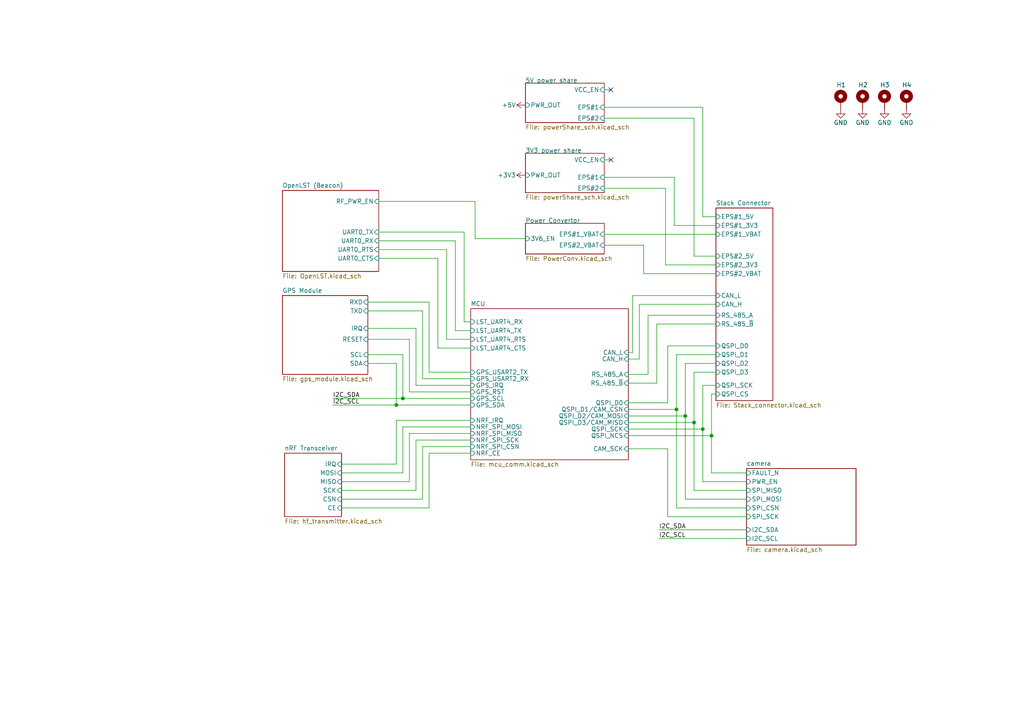
<source format=kicad_sch>
(kicad_sch (version 20211123) (generator eeschema)

  (uuid b0365847-75b4-4551-b23a-00058264c694)

  (paper "A4")

  (title_block
    (title "BUTCube - Communication Module")
    (date "2021-11-18")
    (rev "v0.2")
    (company "VUT - FIT(STRaDe) & FME(IAE & IPE)")
    (comment 1 "Author: Štěpán Rydlo")
  )

  (lib_symbols
    (symbol "Mechanical:MountingHole_Pad" (pin_numbers hide) (pin_names (offset 1.016) hide) (in_bom yes) (on_board yes)
      (property "Reference" "H" (id 0) (at 0 6.35 0)
        (effects (font (size 1.27 1.27)))
      )
      (property "Value" "MountingHole_Pad" (id 1) (at 0 4.445 0)
        (effects (font (size 1.27 1.27)))
      )
      (property "Footprint" "" (id 2) (at 0 0 0)
        (effects (font (size 1.27 1.27)) hide)
      )
      (property "Datasheet" "~" (id 3) (at 0 0 0)
        (effects (font (size 1.27 1.27)) hide)
      )
      (property "ki_keywords" "mounting hole" (id 4) (at 0 0 0)
        (effects (font (size 1.27 1.27)) hide)
      )
      (property "ki_description" "Mounting Hole with connection" (id 5) (at 0 0 0)
        (effects (font (size 1.27 1.27)) hide)
      )
      (property "ki_fp_filters" "MountingHole*Pad*" (id 6) (at 0 0 0)
        (effects (font (size 1.27 1.27)) hide)
      )
      (symbol "MountingHole_Pad_0_1"
        (circle (center 0 1.27) (radius 1.27)
          (stroke (width 1.27) (type default) (color 0 0 0 0))
          (fill (type none))
        )
      )
      (symbol "MountingHole_Pad_1_1"
        (pin input line (at 0 -2.54 90) (length 2.54)
          (name "1" (effects (font (size 1.27 1.27))))
          (number "1" (effects (font (size 1.27 1.27))))
        )
      )
    )
    (symbol "power:+3V3" (power) (pin_names (offset 0)) (in_bom yes) (on_board yes)
      (property "Reference" "#PWR" (id 0) (at 0 -3.81 0)
        (effects (font (size 1.27 1.27)) hide)
      )
      (property "Value" "+3V3" (id 1) (at 0 3.556 0)
        (effects (font (size 1.27 1.27)))
      )
      (property "Footprint" "" (id 2) (at 0 0 0)
        (effects (font (size 1.27 1.27)) hide)
      )
      (property "Datasheet" "" (id 3) (at 0 0 0)
        (effects (font (size 1.27 1.27)) hide)
      )
      (property "ki_keywords" "power-flag" (id 4) (at 0 0 0)
        (effects (font (size 1.27 1.27)) hide)
      )
      (property "ki_description" "Power symbol creates a global label with name \"+3V3\"" (id 5) (at 0 0 0)
        (effects (font (size 1.27 1.27)) hide)
      )
      (symbol "+3V3_0_1"
        (polyline
          (pts
            (xy -0.762 1.27)
            (xy 0 2.54)
          )
          (stroke (width 0) (type default) (color 0 0 0 0))
          (fill (type none))
        )
        (polyline
          (pts
            (xy 0 0)
            (xy 0 2.54)
          )
          (stroke (width 0) (type default) (color 0 0 0 0))
          (fill (type none))
        )
        (polyline
          (pts
            (xy 0 2.54)
            (xy 0.762 1.27)
          )
          (stroke (width 0) (type default) (color 0 0 0 0))
          (fill (type none))
        )
      )
      (symbol "+3V3_1_1"
        (pin power_in line (at 0 0 90) (length 0) hide
          (name "+3V3" (effects (font (size 1.27 1.27))))
          (number "1" (effects (font (size 1.27 1.27))))
        )
      )
    )
    (symbol "power:+5V" (power) (pin_names (offset 0)) (in_bom yes) (on_board yes)
      (property "Reference" "#PWR" (id 0) (at 0 -3.81 0)
        (effects (font (size 1.27 1.27)) hide)
      )
      (property "Value" "+5V" (id 1) (at 0 3.556 0)
        (effects (font (size 1.27 1.27)))
      )
      (property "Footprint" "" (id 2) (at 0 0 0)
        (effects (font (size 1.27 1.27)) hide)
      )
      (property "Datasheet" "" (id 3) (at 0 0 0)
        (effects (font (size 1.27 1.27)) hide)
      )
      (property "ki_keywords" "power-flag" (id 4) (at 0 0 0)
        (effects (font (size 1.27 1.27)) hide)
      )
      (property "ki_description" "Power symbol creates a global label with name \"+5V\"" (id 5) (at 0 0 0)
        (effects (font (size 1.27 1.27)) hide)
      )
      (symbol "+5V_0_1"
        (polyline
          (pts
            (xy -0.762 1.27)
            (xy 0 2.54)
          )
          (stroke (width 0) (type default) (color 0 0 0 0))
          (fill (type none))
        )
        (polyline
          (pts
            (xy 0 0)
            (xy 0 2.54)
          )
          (stroke (width 0) (type default) (color 0 0 0 0))
          (fill (type none))
        )
        (polyline
          (pts
            (xy 0 2.54)
            (xy 0.762 1.27)
          )
          (stroke (width 0) (type default) (color 0 0 0 0))
          (fill (type none))
        )
      )
      (symbol "+5V_1_1"
        (pin power_in line (at 0 0 90) (length 0) hide
          (name "+5V" (effects (font (size 1.27 1.27))))
          (number "1" (effects (font (size 1.27 1.27))))
        )
      )
    )
    (symbol "power:GND" (power) (pin_names (offset 0)) (in_bom yes) (on_board yes)
      (property "Reference" "#PWR" (id 0) (at 0 -6.35 0)
        (effects (font (size 1.27 1.27)) hide)
      )
      (property "Value" "GND" (id 1) (at 0 -3.81 0)
        (effects (font (size 1.27 1.27)))
      )
      (property "Footprint" "" (id 2) (at 0 0 0)
        (effects (font (size 1.27 1.27)) hide)
      )
      (property "Datasheet" "" (id 3) (at 0 0 0)
        (effects (font (size 1.27 1.27)) hide)
      )
      (property "ki_keywords" "power-flag" (id 4) (at 0 0 0)
        (effects (font (size 1.27 1.27)) hide)
      )
      (property "ki_description" "Power symbol creates a global label with name \"GND\" , ground" (id 5) (at 0 0 0)
        (effects (font (size 1.27 1.27)) hide)
      )
      (symbol "GND_0_1"
        (polyline
          (pts
            (xy 0 0)
            (xy 0 -1.27)
            (xy 1.27 -1.27)
            (xy 0 -2.54)
            (xy -1.27 -1.27)
            (xy 0 -1.27)
          )
          (stroke (width 0) (type default) (color 0 0 0 0))
          (fill (type none))
        )
      )
      (symbol "GND_1_1"
        (pin power_in line (at 0 0 270) (length 0) hide
          (name "GND" (effects (font (size 1.27 1.27))))
          (number "1" (effects (font (size 1.27 1.27))))
        )
      )
    )
  )

  (junction (at 201.295 122.555) (diameter 0) (color 0 0 0 0)
    (uuid 0148de41-30de-4a68-9e10-0a21c030e1f5)
  )
  (junction (at 198.755 120.65) (diameter 0) (color 0 0 0 0)
    (uuid 50b17ebb-b6ff-4301-b2eb-d76b1ec1b8f3)
  )
  (junction (at 206.375 126.365) (diameter 0) (color 0 0 0 0)
    (uuid 76d42ae8-4602-4e0d-8862-7b144bedc866)
  )
  (junction (at 114.935 117.475) (diameter 0) (color 0 0 0 0)
    (uuid b258f332-8f02-458b-bfab-05c86bee27e1)
  )
  (junction (at 196.215 118.745) (diameter 0) (color 0 0 0 0)
    (uuid b74e41dd-f508-4a56-b652-a86b1e5bbf28)
  )
  (junction (at 116.84 115.57) (diameter 0) (color 0 0 0 0)
    (uuid b7a10ced-ba66-49fb-882a-9c57602ff4bb)
  )
  (junction (at 203.835 124.46) (diameter 0) (color 0 0 0 0)
    (uuid ec71fced-d505-4a0f-ab7b-347c5f7d000f)
  )

  (no_connect (at 177.165 26.035) (uuid 7e972abc-b5e4-472d-bdf2-6b4a037b5ed8))
  (no_connect (at 177.165 46.355) (uuid e0388f35-d78d-4cd2-8090-2431e4757c80))

  (wire (pts (xy 118.745 125.73) (xy 118.745 139.7))
    (stroke (width 0) (type solid) (color 0 0 0 0))
    (uuid 011a88a9-9744-4fd6-b207-a0b1d1b4813c)
  )
  (wire (pts (xy 99.06 139.7) (xy 118.745 139.7))
    (stroke (width 0) (type solid) (color 0 0 0 0))
    (uuid 011a88a9-9744-4fd6-b207-a0b1d1b4813d)
  )
  (wire (pts (xy 136.525 125.73) (xy 118.745 125.73))
    (stroke (width 0) (type solid) (color 0 0 0 0))
    (uuid 011a88a9-9744-4fd6-b207-a0b1d1b4813e)
  )
  (wire (pts (xy 106.68 102.87) (xy 116.84 102.87))
    (stroke (width 0) (type default) (color 0 0 0 0))
    (uuid 0307af29-9986-4534-a9c5-20dedce00450)
  )
  (wire (pts (xy 114.935 105.41) (xy 114.935 117.475))
    (stroke (width 0) (type solid) (color 0 0 0 0))
    (uuid 03f3e314-0df1-47ee-9322-0bf8c1f8bb78)
  )
  (wire (pts (xy 114.935 117.475) (xy 136.525 117.475))
    (stroke (width 0) (type solid) (color 0 0 0 0))
    (uuid 03f3e314-0df1-47ee-9322-0bf8c1f8bb79)
  )
  (wire (pts (xy 216.535 139.7) (xy 203.835 139.7))
    (stroke (width 0) (type default) (color 0 0 0 0))
    (uuid 07a0605b-3098-4d92-a048-0175a82f47ed)
  )
  (wire (pts (xy 193.675 149.86) (xy 216.535 149.86))
    (stroke (width 0) (type default) (color 0 0 0 0))
    (uuid 0cacba46-f89b-4577-b9c3-d3fa321fbb16)
  )
  (wire (pts (xy 109.855 58.42) (xy 137.795 58.42))
    (stroke (width 0) (type solid) (color 0 0 0 0))
    (uuid 119e5295-a85a-4431-93d3-910b4d5d9b25)
  )
  (wire (pts (xy 137.795 69.215) (xy 137.795 58.42))
    (stroke (width 0) (type solid) (color 0 0 0 0))
    (uuid 119e5295-a85a-4431-93d3-910b4d5d9b26)
  )
  (wire (pts (xy 152.4 69.215) (xy 137.795 69.215))
    (stroke (width 0) (type solid) (color 0 0 0 0))
    (uuid 119e5295-a85a-4431-93d3-910b4d5d9b27)
  )
  (wire (pts (xy 183.515 85.725) (xy 183.515 102.235))
    (stroke (width 0) (type default) (color 0 0 0 0))
    (uuid 19ca5c30-51d7-407f-8f6b-5abda8df4b96)
  )
  (wire (pts (xy 207.645 114.3) (xy 206.375 114.3))
    (stroke (width 0) (type solid) (color 0 0 0 0))
    (uuid 1e51b69e-e95b-4803-8634-846cfedd19f2)
  )
  (wire (pts (xy 124.46 87.63) (xy 106.68 87.63))
    (stroke (width 0) (type solid) (color 0 0 0 0))
    (uuid 24ff1e70-fa93-4e3d-bc6c-90bd75dd4dbd)
  )
  (wire (pts (xy 124.46 107.95) (xy 124.46 87.63))
    (stroke (width 0) (type solid) (color 0 0 0 0))
    (uuid 24ff1e70-fa93-4e3d-bc6c-90bd75dd4dbe)
  )
  (wire (pts (xy 136.525 107.95) (xy 124.46 107.95))
    (stroke (width 0) (type solid) (color 0 0 0 0))
    (uuid 24ff1e70-fa93-4e3d-bc6c-90bd75dd4dbf)
  )
  (wire (pts (xy 116.84 115.57) (xy 116.84 102.87))
    (stroke (width 0) (type solid) (color 0 0 0 0))
    (uuid 27196cbf-5d81-46de-9c34-31e8240d1e26)
  )
  (wire (pts (xy 136.525 115.57) (xy 116.84 115.57))
    (stroke (width 0) (type solid) (color 0 0 0 0))
    (uuid 27196cbf-5d81-46de-9c34-31e8240d1e27)
  )
  (wire (pts (xy 109.855 69.85) (xy 132.08 69.85))
    (stroke (width 0) (type solid) (color 0 0 0 0))
    (uuid 27fefa93-155a-45a7-ba25-f32e809ec969)
  )
  (wire (pts (xy 132.08 69.85) (xy 132.08 95.885))
    (stroke (width 0) (type solid) (color 0 0 0 0))
    (uuid 27fefa93-155a-45a7-ba25-f32e809ec96a)
  )
  (wire (pts (xy 132.08 95.885) (xy 136.525 95.885))
    (stroke (width 0) (type solid) (color 0 0 0 0))
    (uuid 27fefa93-155a-45a7-ba25-f32e809ec96b)
  )
  (wire (pts (xy 109.855 74.93) (xy 127 74.93))
    (stroke (width 0) (type solid) (color 0 0 0 0))
    (uuid 2c4e0d6b-b9fe-43a8-bf65-f8acd4ba16f1)
  )
  (wire (pts (xy 127 74.93) (xy 127 100.965))
    (stroke (width 0) (type solid) (color 0 0 0 0))
    (uuid 2c4e0d6b-b9fe-43a8-bf65-f8acd4ba16f2)
  )
  (wire (pts (xy 127 100.965) (xy 136.525 100.965))
    (stroke (width 0) (type solid) (color 0 0 0 0))
    (uuid 2c4e0d6b-b9fe-43a8-bf65-f8acd4ba16f3)
  )
  (wire (pts (xy 114.935 121.92) (xy 136.525 121.92))
    (stroke (width 0) (type default) (color 0 0 0 0))
    (uuid 2fadf9a1-f8fa-414c-814c-1807e984bcbb)
  )
  (wire (pts (xy 182.245 118.745) (xy 196.215 118.745))
    (stroke (width 0) (type default) (color 0 0 0 0))
    (uuid 3153e937-42d1-48f4-aa7b-ab5a09b52018)
  )
  (wire (pts (xy 203.835 111.76) (xy 207.645 111.76))
    (stroke (width 0) (type solid) (color 0 0 0 0))
    (uuid 3229c0a7-4e4a-4894-9bab-8ba21756b086)
  )
  (wire (pts (xy 203.835 124.46) (xy 203.835 111.76))
    (stroke (width 0) (type solid) (color 0 0 0 0))
    (uuid 3229c0a7-4e4a-4894-9bab-8ba21756b087)
  )
  (wire (pts (xy 190.5 93.98) (xy 207.645 93.98))
    (stroke (width 0) (type solid) (color 0 0 0 0))
    (uuid 3bfdb1ac-54e7-4a65-a7ad-02d4f6f9ce72)
  )
  (wire (pts (xy 190.5 111.125) (xy 190.5 93.98))
    (stroke (width 0) (type solid) (color 0 0 0 0))
    (uuid 3bfdb1ac-54e7-4a65-a7ad-02d4f6f9ce73)
  )
  (wire (pts (xy 201.295 34.29) (xy 175.26 34.29))
    (stroke (width 0) (type solid) (color 0 0 0 0))
    (uuid 523d2adc-9f89-479e-9438-442927bda6e3)
  )
  (wire (pts (xy 201.295 74.295) (xy 201.295 34.29))
    (stroke (width 0) (type solid) (color 0 0 0 0))
    (uuid 523d2adc-9f89-479e-9438-442927bda6e4)
  )
  (wire (pts (xy 114.935 134.62) (xy 114.935 121.92))
    (stroke (width 0) (type default) (color 0 0 0 0))
    (uuid 5555ea5b-9813-4011-82a4-8d6a7a8ab58e)
  )
  (wire (pts (xy 175.26 67.945) (xy 207.645 67.945))
    (stroke (width 0) (type solid) (color 0 0 0 0))
    (uuid 596b2192-9feb-4e0d-8b3d-9cb36b6dd61f)
  )
  (wire (pts (xy 122.555 129.54) (xy 122.555 144.78))
    (stroke (width 0) (type solid) (color 0 0 0 0))
    (uuid 5e7d2214-c754-498d-9d8e-753be2785ad3)
  )
  (wire (pts (xy 99.06 144.78) (xy 122.555 144.78))
    (stroke (width 0) (type solid) (color 0 0 0 0))
    (uuid 5e7d2214-c754-498d-9d8e-753be2785ad4)
  )
  (wire (pts (xy 136.525 129.54) (xy 122.555 129.54))
    (stroke (width 0) (type solid) (color 0 0 0 0))
    (uuid 5e7d2214-c754-498d-9d8e-753be2785ad5)
  )
  (wire (pts (xy 106.68 90.17) (xy 122.555 90.17))
    (stroke (width 0) (type solid) (color 0 0 0 0))
    (uuid 604a2be0-2ac6-4bac-8404-91b1a61925d0)
  )
  (wire (pts (xy 122.555 90.17) (xy 122.555 109.855))
    (stroke (width 0) (type solid) (color 0 0 0 0))
    (uuid 604a2be0-2ac6-4bac-8404-91b1a61925d1)
  )
  (wire (pts (xy 122.555 109.855) (xy 136.525 109.855))
    (stroke (width 0) (type solid) (color 0 0 0 0))
    (uuid 604a2be0-2ac6-4bac-8404-91b1a61925d2)
  )
  (wire (pts (xy 193.04 54.61) (xy 175.26 54.61))
    (stroke (width 0) (type solid) (color 0 0 0 0))
    (uuid 620f3ec6-899c-4c8c-a5c5-20605c7f0f44)
  )
  (wire (pts (xy 193.04 76.835) (xy 193.04 54.61))
    (stroke (width 0) (type solid) (color 0 0 0 0))
    (uuid 620f3ec6-899c-4c8c-a5c5-20605c7f0f45)
  )
  (wire (pts (xy 207.645 76.835) (xy 193.04 76.835))
    (stroke (width 0) (type solid) (color 0 0 0 0))
    (uuid 620f3ec6-899c-4c8c-a5c5-20605c7f0f46)
  )
  (wire (pts (xy 206.375 114.3) (xy 206.375 126.365))
    (stroke (width 0) (type solid) (color 0 0 0 0))
    (uuid 626db29b-b8f5-4340-8f5a-56eb4fa25e4b)
  )
  (wire (pts (xy 201.295 142.24) (xy 201.295 122.555))
    (stroke (width 0) (type default) (color 0 0 0 0))
    (uuid 65ee83e4-4047-4443-85f4-e0e4ac612a8b)
  )
  (wire (pts (xy 182.245 124.46) (xy 203.835 124.46))
    (stroke (width 0) (type default) (color 0 0 0 0))
    (uuid 6607fa26-864b-4717-a706-f3bea0d53a16)
  )
  (wire (pts (xy 216.535 142.24) (xy 201.295 142.24))
    (stroke (width 0) (type default) (color 0 0 0 0))
    (uuid 6e538ab5-8e9f-4072-ab6d-df2c8e32870a)
  )
  (wire (pts (xy 201.295 107.95) (xy 201.295 122.555))
    (stroke (width 0) (type solid) (color 0 0 0 0))
    (uuid 6f0729de-8866-47bf-bd4d-747c49d46fb7)
  )
  (wire (pts (xy 182.245 120.65) (xy 198.755 120.65))
    (stroke (width 0) (type default) (color 0 0 0 0))
    (uuid 7160ab2c-a11b-4dfe-bd18-0873d5ebe8ea)
  )
  (wire (pts (xy 120.65 95.25) (xy 106.68 95.25))
    (stroke (width 0) (type solid) (color 0 0 0 0))
    (uuid 729ad21a-4893-4e4a-b8e6-c312fabafa49)
  )
  (wire (pts (xy 120.65 111.76) (xy 120.65 95.25))
    (stroke (width 0) (type solid) (color 0 0 0 0))
    (uuid 729ad21a-4893-4e4a-b8e6-c312fabafa4a)
  )
  (wire (pts (xy 136.525 111.76) (xy 120.65 111.76))
    (stroke (width 0) (type solid) (color 0 0 0 0))
    (uuid 729ad21a-4893-4e4a-b8e6-c312fabafa4b)
  )
  (wire (pts (xy 198.755 120.65) (xy 198.755 144.78))
    (stroke (width 0) (type default) (color 0 0 0 0))
    (uuid 768b12c6-4a3d-4534-87ab-572271df4a49)
  )
  (wire (pts (xy 106.68 98.425) (xy 118.745 98.425))
    (stroke (width 0) (type solid) (color 0 0 0 0))
    (uuid 773b6ee7-5ff4-4dbf-a8da-ef686944ecb8)
  )
  (wire (pts (xy 118.745 98.425) (xy 118.745 113.665))
    (stroke (width 0) (type solid) (color 0 0 0 0))
    (uuid 773b6ee7-5ff4-4dbf-a8da-ef686944ecb9)
  )
  (wire (pts (xy 118.745 113.665) (xy 136.525 113.665))
    (stroke (width 0) (type solid) (color 0 0 0 0))
    (uuid 773b6ee7-5ff4-4dbf-a8da-ef686944ecba)
  )
  (wire (pts (xy 96.52 115.57) (xy 116.84 115.57))
    (stroke (width 0) (type default) (color 0 0 0 0))
    (uuid 7afa486a-0e56-4172-8f24-626e1708aeb0)
  )
  (wire (pts (xy 186.69 71.12) (xy 175.26 71.12))
    (stroke (width 0) (type solid) (color 0 0 0 0))
    (uuid 7b501068-0c00-4ddb-a558-76010e38bc7b)
  )
  (wire (pts (xy 186.69 79.375) (xy 186.69 71.12))
    (stroke (width 0) (type solid) (color 0 0 0 0))
    (uuid 7b501068-0c00-4ddb-a558-76010e38bc7c)
  )
  (wire (pts (xy 207.645 79.375) (xy 186.69 79.375))
    (stroke (width 0) (type solid) (color 0 0 0 0))
    (uuid 7b501068-0c00-4ddb-a558-76010e38bc7d)
  )
  (wire (pts (xy 99.06 142.24) (xy 120.65 142.24))
    (stroke (width 0) (type default) (color 0 0 0 0))
    (uuid 7b83276f-f462-4514-95ff-1223c1639903)
  )
  (wire (pts (xy 185.42 88.265) (xy 207.645 88.265))
    (stroke (width 0) (type solid) (color 0 0 0 0))
    (uuid 7f1e3549-75cf-4150-b904-bf03cd89dafc)
  )
  (wire (pts (xy 185.42 104.14) (xy 185.42 88.265))
    (stroke (width 0) (type solid) (color 0 0 0 0))
    (uuid 7f1e3549-75cf-4150-b904-bf03cd89dafd)
  )
  (wire (pts (xy 182.245 108.585) (xy 187.96 108.585))
    (stroke (width 0) (type default) (color 0 0 0 0))
    (uuid 7f7b9f75-540d-42c0-bb4c-31a32d065abb)
  )
  (wire (pts (xy 182.245 116.84) (xy 193.675 116.84))
    (stroke (width 0) (type default) (color 0 0 0 0))
    (uuid 8680339f-bb5d-417a-ac35-e5da4a9ef53c)
  )
  (wire (pts (xy 206.375 137.16) (xy 206.375 126.365))
    (stroke (width 0) (type default) (color 0 0 0 0))
    (uuid 897b62dd-396f-4905-a4a9-d8e6c7b10940)
  )
  (wire (pts (xy 203.835 124.46) (xy 203.835 139.7))
    (stroke (width 0) (type default) (color 0 0 0 0))
    (uuid 8b0a1459-9ad6-4ee3-8869-a790e482f74b)
  )
  (wire (pts (xy 114.935 117.475) (xy 96.52 117.475))
    (stroke (width 0) (type default) (color 0 0 0 0))
    (uuid 8ed82999-bbf5-4735-9368-219af62c12cd)
  )
  (wire (pts (xy 187.96 91.44) (xy 207.645 91.44))
    (stroke (width 0) (type solid) (color 0 0 0 0))
    (uuid 9300f528-e2fb-4fa4-9f23-b694fa418e2d)
  )
  (wire (pts (xy 187.96 108.585) (xy 187.96 91.44))
    (stroke (width 0) (type solid) (color 0 0 0 0))
    (uuid 9300f528-e2fb-4fa4-9f23-b694fa418e2e)
  )
  (wire (pts (xy 182.245 130.175) (xy 193.675 130.175))
    (stroke (width 0) (type default) (color 0 0 0 0))
    (uuid a335a4b7-e15c-4a20-9a4f-0618266f57c2)
  )
  (wire (pts (xy 177.165 26.035) (xy 175.26 26.035))
    (stroke (width 0) (type solid) (color 0 0 0 0))
    (uuid a84e3f86-a6be-46ba-b435-83fe9ebfbe14)
  )
  (wire (pts (xy 120.65 127.635) (xy 136.525 127.635))
    (stroke (width 0) (type default) (color 0 0 0 0))
    (uuid ac677f01-af64-41d7-b6fa-28593b218a9f)
  )
  (wire (pts (xy 177.165 46.355) (xy 175.26 46.355))
    (stroke (width 0) (type solid) (color 0 0 0 0))
    (uuid ad7c2512-9a9a-4635-9511-22bf0c56aa36)
  )
  (wire (pts (xy 193.675 130.175) (xy 193.675 149.86))
    (stroke (width 0) (type default) (color 0 0 0 0))
    (uuid af081394-9136-408e-a7be-4427fa7f7ab1)
  )
  (wire (pts (xy 216.535 137.16) (xy 206.375 137.16))
    (stroke (width 0) (type default) (color 0 0 0 0))
    (uuid b1a906ed-d994-497e-95c5-bce919c8badf)
  )
  (wire (pts (xy 182.245 122.555) (xy 201.295 122.555))
    (stroke (width 0) (type default) (color 0 0 0 0))
    (uuid b1cd133d-0d2c-4797-aa77-d786bb1f07ee)
  )
  (wire (pts (xy 182.245 126.365) (xy 206.375 126.365))
    (stroke (width 0) (type default) (color 0 0 0 0))
    (uuid b49308a3-e4b7-44ef-9568-7c07e7ae3b7a)
  )
  (wire (pts (xy 106.68 105.41) (xy 114.935 105.41))
    (stroke (width 0) (type default) (color 0 0 0 0))
    (uuid b7482f4c-5bd2-4787-9a12-5fde9bdc529a)
  )
  (wire (pts (xy 196.215 102.87) (xy 196.215 118.745))
    (stroke (width 0) (type solid) (color 0 0 0 0))
    (uuid c0d704ee-7d4c-4ec6-ad40-0c8f0c4822d0)
  )
  (wire (pts (xy 196.215 118.745) (xy 196.215 147.32))
    (stroke (width 0) (type default) (color 0 0 0 0))
    (uuid c1dd163c-2e20-4175-b905-e2869d2e026a)
  )
  (wire (pts (xy 129.54 72.39) (xy 109.855 72.39))
    (stroke (width 0) (type solid) (color 0 0 0 0))
    (uuid c387e3d0-716f-41bc-b8af-31cacb425d6b)
  )
  (wire (pts (xy 129.54 98.425) (xy 129.54 72.39))
    (stroke (width 0) (type solid) (color 0 0 0 0))
    (uuid c387e3d0-716f-41bc-b8af-31cacb425d6c)
  )
  (wire (pts (xy 136.525 98.425) (xy 129.54 98.425))
    (stroke (width 0) (type solid) (color 0 0 0 0))
    (uuid c387e3d0-716f-41bc-b8af-31cacb425d6d)
  )
  (wire (pts (xy 120.65 127.635) (xy 120.65 142.24))
    (stroke (width 0) (type default) (color 0 0 0 0))
    (uuid c784258b-3e4a-4a7d-9c85-881448061401)
  )
  (wire (pts (xy 203.835 62.865) (xy 207.645 62.865))
    (stroke (width 0) (type solid) (color 0 0 0 0))
    (uuid cbb34dc9-415e-4b82-b195-eaf9cab80c9c)
  )
  (wire (pts (xy 196.215 147.32) (xy 216.535 147.32))
    (stroke (width 0) (type default) (color 0 0 0 0))
    (uuid ce6a71ed-3c35-4370-9bc6-81a250a314e0)
  )
  (wire (pts (xy 116.84 123.825) (xy 116.84 137.16))
    (stroke (width 0) (type solid) (color 0 0 0 0))
    (uuid ce79c2a4-e3da-476c-b1f0-932a2b5ffd56)
  )
  (wire (pts (xy 99.06 137.16) (xy 116.84 137.16))
    (stroke (width 0) (type solid) (color 0 0 0 0))
    (uuid ce79c2a4-e3da-476c-b1f0-932a2b5ffd57)
  )
  (wire (pts (xy 136.525 123.825) (xy 116.84 123.825))
    (stroke (width 0) (type solid) (color 0 0 0 0))
    (uuid ce79c2a4-e3da-476c-b1f0-932a2b5ffd58)
  )
  (wire (pts (xy 191.135 156.21) (xy 216.535 156.21))
    (stroke (width 0) (type default) (color 0 0 0 0))
    (uuid d81f8a9a-6b13-4b92-a3cb-feceaa20e481)
  )
  (wire (pts (xy 182.245 102.235) (xy 183.515 102.235))
    (stroke (width 0) (type default) (color 0 0 0 0))
    (uuid dd9ab887-e874-4882-89da-07a6c20efd79)
  )
  (wire (pts (xy 195.58 51.435) (xy 175.26 51.435))
    (stroke (width 0) (type solid) (color 0 0 0 0))
    (uuid de0cce16-7ffe-48d0-a744-be2528b24064)
  )
  (wire (pts (xy 195.58 65.405) (xy 195.58 51.435))
    (stroke (width 0) (type solid) (color 0 0 0 0))
    (uuid de0cce16-7ffe-48d0-a744-be2528b24065)
  )
  (wire (pts (xy 207.645 65.405) (xy 195.58 65.405))
    (stroke (width 0) (type solid) (color 0 0 0 0))
    (uuid de0cce16-7ffe-48d0-a744-be2528b24066)
  )
  (wire (pts (xy 198.755 144.78) (xy 216.535 144.78))
    (stroke (width 0) (type default) (color 0 0 0 0))
    (uuid dffb3859-81d8-43ac-87d2-8c5e00d5f308)
  )
  (wire (pts (xy 207.645 102.87) (xy 196.215 102.87))
    (stroke (width 0) (type solid) (color 0 0 0 0))
    (uuid e0481b58-2b73-4702-a5cb-5f04f5773190)
  )
  (wire (pts (xy 207.645 107.95) (xy 201.295 107.95))
    (stroke (width 0) (type solid) (color 0 0 0 0))
    (uuid e0aef600-a5d5-4558-86a6-916223e9d43a)
  )
  (wire (pts (xy 99.06 134.62) (xy 114.935 134.62))
    (stroke (width 0) (type default) (color 0 0 0 0))
    (uuid e417ce78-eb2b-4973-ac18-72890bc68cdc)
  )
  (wire (pts (xy 193.675 100.33) (xy 207.645 100.33))
    (stroke (width 0) (type solid) (color 0 0 0 0))
    (uuid e758f2be-8b19-41d0-94eb-cd21598edccc)
  )
  (wire (pts (xy 193.675 116.84) (xy 193.675 100.33))
    (stroke (width 0) (type solid) (color 0 0 0 0))
    (uuid e758f2be-8b19-41d0-94eb-cd21598edccd)
  )
  (wire (pts (xy 191.135 153.67) (xy 216.535 153.67))
    (stroke (width 0) (type default) (color 0 0 0 0))
    (uuid e8f4d1c0-d9c9-425b-bd2c-7ad5392bad38)
  )
  (wire (pts (xy 203.835 31.115) (xy 175.26 31.115))
    (stroke (width 0) (type solid) (color 0 0 0 0))
    (uuid e91768f6-08d5-4908-bd21-c231a3135528)
  )
  (wire (pts (xy 203.835 62.865) (xy 203.835 31.115))
    (stroke (width 0) (type solid) (color 0 0 0 0))
    (uuid e91768f6-08d5-4908-bd21-c231a3135529)
  )
  (wire (pts (xy 124.46 131.445) (xy 124.46 147.32))
    (stroke (width 0) (type solid) (color 0 0 0 0))
    (uuid ecadd32c-a6ff-4607-bcf4-bb0ee939f3f6)
  )
  (wire (pts (xy 99.06 147.32) (xy 124.46 147.32))
    (stroke (width 0) (type solid) (color 0 0 0 0))
    (uuid ecadd32c-a6ff-4607-bcf4-bb0ee939f3f7)
  )
  (wire (pts (xy 136.525 131.445) (xy 124.46 131.445))
    (stroke (width 0) (type solid) (color 0 0 0 0))
    (uuid ecadd32c-a6ff-4607-bcf4-bb0ee939f3f8)
  )
  (wire (pts (xy 201.295 74.295) (xy 207.645 74.295))
    (stroke (width 0) (type solid) (color 0 0 0 0))
    (uuid edd5ca1a-ab30-4313-9ddd-b7069f03afe0)
  )
  (wire (pts (xy 134.62 67.31) (xy 109.855 67.31))
    (stroke (width 0) (type solid) (color 0 0 0 0))
    (uuid f140d70a-40de-49b5-a8b8-ebd9531379b0)
  )
  (wire (pts (xy 134.62 93.345) (xy 134.62 67.31))
    (stroke (width 0) (type solid) (color 0 0 0 0))
    (uuid f140d70a-40de-49b5-a8b8-ebd9531379b1)
  )
  (wire (pts (xy 136.525 93.345) (xy 134.62 93.345))
    (stroke (width 0) (type solid) (color 0 0 0 0))
    (uuid f140d70a-40de-49b5-a8b8-ebd9531379b2)
  )
  (wire (pts (xy 198.755 105.41) (xy 207.645 105.41))
    (stroke (width 0) (type solid) (color 0 0 0 0))
    (uuid f2c36559-94b2-45b4-ae0e-27748f7dff8e)
  )
  (wire (pts (xy 198.755 120.65) (xy 198.755 105.41))
    (stroke (width 0) (type solid) (color 0 0 0 0))
    (uuid f2c36559-94b2-45b4-ae0e-27748f7dff8f)
  )
  (wire (pts (xy 182.245 111.125) (xy 190.5 111.125))
    (stroke (width 0) (type default) (color 0 0 0 0))
    (uuid f96395b7-7802-481a-82a4-1382daa8e45b)
  )
  (wire (pts (xy 182.245 104.14) (xy 185.42 104.14))
    (stroke (width 0) (type default) (color 0 0 0 0))
    (uuid feec861b-a0a8-426a-9539-26f3d3930030)
  )
  (wire (pts (xy 183.515 85.725) (xy 207.645 85.725))
    (stroke (width 0) (type solid) (color 0 0 0 0))
    (uuid ffa680a2-d226-43c1-a4d4-7a2d9cef0467)
  )

  (label "I2C_SCL" (at 96.52 117.475 0)
    (effects (font (size 1.27 1.27)) (justify left bottom))
    (uuid 207f2905-5ca1-4b43-8539-f4687aa1d572)
  )
  (label "I2C_SCL" (at 191.135 156.21 0)
    (effects (font (size 1.27 1.27)) (justify left bottom))
    (uuid 463704cb-501e-4230-aa5c-8c993ee7d28d)
  )
  (label "I2C_SDA" (at 96.52 115.57 0)
    (effects (font (size 1.27 1.27)) (justify left bottom))
    (uuid 5dc89024-04f8-4b2e-8172-585052f51b7e)
  )
  (label "I2C_SDA" (at 191.135 153.67 0)
    (effects (font (size 1.27 1.27)) (justify left bottom))
    (uuid 5e78fcde-3273-4b2a-8cbf-c4703169edf7)
  )

  (symbol (lib_id "power:GND") (at 256.54 31.75 0) (unit 1)
    (in_bom yes) (on_board yes) (fields_autoplaced)
    (uuid 017f429e-cd7c-406c-a4a1-7fe7736ce613)
    (property "Reference" "#PWR04" (id 0) (at 256.54 38.1 0)
      (effects (font (size 1.27 1.27)) hide)
    )
    (property "Value" "GND" (id 1) (at 256.54 35.56 0))
    (property "Footprint" "" (id 2) (at 256.54 31.75 0)
      (effects (font (size 1.27 1.27)) hide)
    )
    (property "Datasheet" "" (id 3) (at 256.54 31.75 0)
      (effects (font (size 1.27 1.27)) hide)
    )
    (pin "1" (uuid ec1b84ce-53f7-456b-9eb8-5850e06a3e20))
  )

  (symbol (lib_id "Mechanical:MountingHole_Pad") (at 243.84 29.21 0) (unit 1)
    (in_bom yes) (on_board yes)
    (uuid 0381fb4d-59d0-4589-bc53-b07b95675866)
    (property "Reference" "H1" (id 0) (at 242.57 24.6379 0)
      (effects (font (size 1.27 1.27)) (justify left))
    )
    (property "Value" "MountingHole_Pad" (id 1) (at 243.84 24.765 0)
      (effects (font (size 1.27 1.27)) hide)
    )
    (property "Footprint" "MountingHole:MountingHole_3.2mm_M3_Pad_Via" (id 2) (at 243.84 29.21 0)
      (effects (font (size 1.27 1.27)) hide)
    )
    (property "Datasheet" "~" (id 3) (at 243.84 29.21 0)
      (effects (font (size 1.27 1.27)) hide)
    )
    (pin "1" (uuid 5c65717e-0df2-486c-9e21-7f4b500dd028))
  )

  (symbol (lib_id "power:GND") (at 262.89 31.75 0) (unit 1)
    (in_bom yes) (on_board yes) (fields_autoplaced)
    (uuid 19cc25fc-16a5-4446-a630-649c943c56e7)
    (property "Reference" "#PWR05" (id 0) (at 262.89 38.1 0)
      (effects (font (size 1.27 1.27)) hide)
    )
    (property "Value" "GND" (id 1) (at 262.89 35.56 0))
    (property "Footprint" "" (id 2) (at 262.89 31.75 0)
      (effects (font (size 1.27 1.27)) hide)
    )
    (property "Datasheet" "" (id 3) (at 262.89 31.75 0)
      (effects (font (size 1.27 1.27)) hide)
    )
    (pin "1" (uuid 4a24e754-4011-4a52-956b-6fa57cc5eec2))
  )

  (symbol (lib_id "power:GND") (at 250.19 31.75 0) (unit 1)
    (in_bom yes) (on_board yes) (fields_autoplaced)
    (uuid 58a7ed85-89c7-4edf-b1b8-05ae64bae94a)
    (property "Reference" "#PWR03" (id 0) (at 250.19 38.1 0)
      (effects (font (size 1.27 1.27)) hide)
    )
    (property "Value" "GND" (id 1) (at 250.19 35.56 0))
    (property "Footprint" "" (id 2) (at 250.19 31.75 0)
      (effects (font (size 1.27 1.27)) hide)
    )
    (property "Datasheet" "" (id 3) (at 250.19 31.75 0)
      (effects (font (size 1.27 1.27)) hide)
    )
    (pin "1" (uuid 5a1759c8-4b92-4af1-8633-d65c62e21708))
  )

  (symbol (lib_id "Mechanical:MountingHole_Pad") (at 256.54 29.21 0) (unit 1)
    (in_bom yes) (on_board yes)
    (uuid 5a09aeca-f192-4b56-9995-31939ba9dcc1)
    (property "Reference" "H3" (id 0) (at 255.27 24.6379 0)
      (effects (font (size 1.27 1.27)) (justify left))
    )
    (property "Value" "MountingHole_Pad" (id 1) (at 256.54 24.765 0)
      (effects (font (size 1.27 1.27)) hide)
    )
    (property "Footprint" "MountingHole:MountingHole_3.2mm_M3_Pad_Via" (id 2) (at 256.54 29.21 0)
      (effects (font (size 1.27 1.27)) hide)
    )
    (property "Datasheet" "~" (id 3) (at 256.54 29.21 0)
      (effects (font (size 1.27 1.27)) hide)
    )
    (pin "1" (uuid e3669a03-a521-4a43-9583-8906e7dc79f7))
  )

  (symbol (lib_id "power:GND") (at 243.84 31.75 0) (unit 1)
    (in_bom yes) (on_board yes) (fields_autoplaced)
    (uuid 5dfc83ee-ed6a-4a42-a1d1-3142b7ed0571)
    (property "Reference" "#PWR01" (id 0) (at 243.84 38.1 0)
      (effects (font (size 1.27 1.27)) hide)
    )
    (property "Value" "GND" (id 1) (at 243.84 35.56 0))
    (property "Footprint" "" (id 2) (at 243.84 31.75 0)
      (effects (font (size 1.27 1.27)) hide)
    )
    (property "Datasheet" "" (id 3) (at 243.84 31.75 0)
      (effects (font (size 1.27 1.27)) hide)
    )
    (pin "1" (uuid 83bf526a-19ac-4584-8164-932c5326c122))
  )

  (symbol (lib_id "power:+5V") (at 152.4 30.48 90) (unit 1)
    (in_bom yes) (on_board yes)
    (uuid 773a9280-c52d-431e-8da0-28faaf5b90ec)
    (property "Reference" "#PWR0140" (id 0) (at 156.21 30.48 0)
      (effects (font (size 1.27 1.27)) hide)
    )
    (property "Value" "+5V" (id 1) (at 147.574 30.48 90))
    (property "Footprint" "" (id 2) (at 152.4 30.48 0)
      (effects (font (size 1.27 1.27)) hide)
    )
    (property "Datasheet" "" (id 3) (at 152.4 30.48 0)
      (effects (font (size 1.27 1.27)) hide)
    )
    (pin "1" (uuid 47f5475a-42ec-4930-8ffb-6d1b68b7e2c0))
  )

  (symbol (lib_id "Mechanical:MountingHole_Pad") (at 250.19 29.21 0) (unit 1)
    (in_bom yes) (on_board yes)
    (uuid 7c02ee38-e45b-4ffd-9ff3-75be2519ef11)
    (property "Reference" "H2" (id 0) (at 248.92 24.6379 0)
      (effects (font (size 1.27 1.27)) (justify left))
    )
    (property "Value" "MountingHole_Pad" (id 1) (at 250.19 24.765 0)
      (effects (font (size 1.27 1.27)) hide)
    )
    (property "Footprint" "MountingHole:MountingHole_3.2mm_M3_Pad_Via" (id 2) (at 250.19 29.21 0)
      (effects (font (size 1.27 1.27)) hide)
    )
    (property "Datasheet" "~" (id 3) (at 250.19 29.21 0)
      (effects (font (size 1.27 1.27)) hide)
    )
    (pin "1" (uuid 3eb38e0b-717c-41db-bcf1-ffdb9282b265))
  )

  (symbol (lib_id "Mechanical:MountingHole_Pad") (at 262.89 29.21 0) (unit 1)
    (in_bom yes) (on_board yes)
    (uuid a77c42d5-c673-424c-8d14-fc4144ff5e37)
    (property "Reference" "H4" (id 0) (at 261.62 24.6379 0)
      (effects (font (size 1.27 1.27)) (justify left))
    )
    (property "Value" "MountingHole_Pad" (id 1) (at 262.89 24.765 0)
      (effects (font (size 1.27 1.27)) hide)
    )
    (property "Footprint" "MountingHole:MountingHole_3.2mm_M3_Pad_Via" (id 2) (at 262.89 29.21 0)
      (effects (font (size 1.27 1.27)) hide)
    )
    (property "Datasheet" "~" (id 3) (at 262.89 29.21 0)
      (effects (font (size 1.27 1.27)) hide)
    )
    (pin "1" (uuid fd7f5f0c-acf9-4d51-8888-bb623fbecd45))
  )

  (symbol (lib_id "power:+3V3") (at 152.4 50.8 90) (unit 1)
    (in_bom yes) (on_board yes)
    (uuid ae2ea8bd-aebb-4954-9d6b-93648cea404c)
    (property "Reference" "#PWR0145" (id 0) (at 156.21 50.8 0)
      (effects (font (size 1.27 1.27)) hide)
    )
    (property "Value" "+3V3" (id 1) (at 146.939 50.8 90))
    (property "Footprint" "" (id 2) (at 152.4 50.8 0)
      (effects (font (size 1.27 1.27)) hide)
    )
    (property "Datasheet" "" (id 3) (at 152.4 50.8 0)
      (effects (font (size 1.27 1.27)) hide)
    )
    (pin "1" (uuid 2afdf02f-261d-4746-b276-9dfdb77883c6))
  )

  (sheet (at 81.915 85.725) (size 24.765 22.86) (fields_autoplaced)
    (stroke (width 0.1524) (type solid) (color 0 0 0 0))
    (fill (color 0 0 0 0.0000))
    (uuid 135894dc-6710-4561-8073-567533e9f424)
    (property "Sheet name" "GPS Module" (id 0) (at 81.915 85.0134 0)
      (effects (font (size 1.27 1.27)) (justify left bottom))
    )
    (property "Sheet file" "gps_module.kicad_sch" (id 1) (at 81.915 109.1696 0)
      (effects (font (size 1.27 1.27)) (justify left top))
    )
    (pin "RESET" input (at 106.68 98.425 0)
      (effects (font (size 1.27 1.27)) (justify right))
      (uuid 8e12ec80-1b06-4da7-b391-8217a360d75f)
    )
    (pin "SCL" input (at 106.68 102.87 0)
      (effects (font (size 1.27 1.27)) (justify right))
      (uuid 59396293-f75d-4f4e-884d-9e3c72059d37)
    )
    (pin "SDA" input (at 106.68 105.41 0)
      (effects (font (size 1.27 1.27)) (justify right))
      (uuid 21e6adab-7980-4d17-9d73-93b9afc8aef2)
    )
    (pin "RXD" input (at 106.68 87.63 0)
      (effects (font (size 1.27 1.27)) (justify right))
      (uuid 6d6bf669-9827-43ac-a295-0405a6839992)
    )
    (pin "TXD" input (at 106.68 90.17 0)
      (effects (font (size 1.27 1.27)) (justify right))
      (uuid beaf982b-120c-4ab7-9844-776a4e12ab92)
    )
    (pin "IRQ" input (at 106.68 95.25 0)
      (effects (font (size 1.27 1.27)) (justify right))
      (uuid 3ddc9d6f-6f17-40fd-a902-0fbdba4dc6a0)
    )
  )

  (sheet (at 216.535 135.89) (size 31.75 22.225) (fields_autoplaced)
    (stroke (width 0.1524) (type solid) (color 0 0 0 0))
    (fill (color 0 0 0 0.0000))
    (uuid 1e3f6e69-339a-4a82-8e4d-44c2adb747fb)
    (property "Sheet name" "camera" (id 0) (at 216.535 135.1784 0)
      (effects (font (size 1.27 1.27)) (justify left bottom))
    )
    (property "Sheet file" "camera.kicad_sch" (id 1) (at 216.535 158.6996 0)
      (effects (font (size 1.27 1.27)) (justify left top))
    )
    (pin "SPI_MISO" input (at 216.535 142.24 180)
      (effects (font (size 1.27 1.27)) (justify left))
      (uuid b69e9044-de58-427a-a10e-c44b507a6ab9)
    )
    (pin "SPI_MOSI" input (at 216.535 144.78 180)
      (effects (font (size 1.27 1.27)) (justify left))
      (uuid 6f8b602f-1354-4761-b3fa-e27e95c1efb2)
    )
    (pin "I2C_SCL" input (at 216.535 156.21 180)
      (effects (font (size 1.27 1.27)) (justify left))
      (uuid b1536ff5-6418-407c-9448-a286a45dc18b)
    )
    (pin "SPI_SCK" input (at 216.535 149.86 180)
      (effects (font (size 1.27 1.27)) (justify left))
      (uuid 7caf089f-f5a7-4949-9873-1c61d620a87c)
    )
    (pin "I2C_SDA" input (at 216.535 153.67 180)
      (effects (font (size 1.27 1.27)) (justify left))
      (uuid 81a30139-b012-445d-8b4a-1c17db47b61c)
    )
    (pin "SPI_CSN" input (at 216.535 147.32 180)
      (effects (font (size 1.27 1.27)) (justify left))
      (uuid a6ed271f-fe17-4ae2-87a8-726b843291d8)
    )
    (pin "PWR_EN" input (at 216.535 139.7 180)
      (effects (font (size 1.27 1.27)) (justify left))
      (uuid cb0d005f-3a4f-4aea-a23e-5dcfb13bdd9e)
    )
    (pin "FAULT_N" input (at 216.535 137.16 180)
      (effects (font (size 1.27 1.27)) (justify left))
      (uuid dbdcbc05-8060-4f43-af96-4c966a7ddc1d)
    )
  )

  (sheet (at 207.645 60.325) (size 16.51 55.88) (fields_autoplaced)
    (stroke (width 0.1524) (type solid) (color 0 0 0 0))
    (fill (color 0 0 0 0.0000))
    (uuid 3006f49f-d72b-4219-8dea-bda42cf88e84)
    (property "Sheet name" "Stack Connector" (id 0) (at 207.645 59.6134 0)
      (effects (font (size 1.27 1.27)) (justify left bottom))
    )
    (property "Sheet file" "Stack_connector.kicad_sch" (id 1) (at 207.645 116.7896 0)
      (effects (font (size 1.27 1.27)) (justify left top))
    )
    (pin "CAN_H" input (at 207.645 88.265 180)
      (effects (font (size 1.27 1.27)) (justify left))
      (uuid 40b88aca-f462-4f2f-a0bf-d01ccc8111c5)
    )
    (pin "RS_485_A" input (at 207.645 91.44 180)
      (effects (font (size 1.27 1.27)) (justify left))
      (uuid 300bdf4c-b7cf-4ea2-af04-063b3c8157a2)
    )
    (pin "EPS#1_5V" input (at 207.645 62.865 180)
      (effects (font (size 1.27 1.27)) (justify left))
      (uuid deb0a69f-01cc-40ea-bfb5-d5abe6178447)
    )
    (pin "EPS#1_3V3" input (at 207.645 65.405 180)
      (effects (font (size 1.27 1.27)) (justify left))
      (uuid 8f350fe4-cfe6-45ee-8c29-71ccfca1b82b)
    )
    (pin "CAN_L" input (at 207.645 85.725 180)
      (effects (font (size 1.27 1.27)) (justify left))
      (uuid ad3344f8-871b-4951-ae39-e2ccb0cbb099)
    )
    (pin "RS_485_~{B}" input (at 207.645 93.98 180)
      (effects (font (size 1.27 1.27)) (justify left))
      (uuid 1e054749-d55d-4fa9-92e4-fedd8b3be27f)
    )
    (pin "QSPI_SCK" input (at 207.645 111.76 180)
      (effects (font (size 1.27 1.27)) (justify left))
      (uuid cc033afd-5e7c-454e-815a-d4ca057c4abf)
    )
    (pin "EPS#2_3V3" input (at 207.645 76.835 180)
      (effects (font (size 1.27 1.27)) (justify left))
      (uuid bc57d857-eb3c-4468-833f-449ae0fb617b)
    )
    (pin "EPS#2_5V" input (at 207.645 74.295 180)
      (effects (font (size 1.27 1.27)) (justify left))
      (uuid ac8e3b83-abb2-46af-9c45-678c0ef8180d)
    )
    (pin "QSPI_CS" input (at 207.645 114.3 180)
      (effects (font (size 1.27 1.27)) (justify left))
      (uuid 80b1ce93-afff-4793-b748-45fd77f50d88)
    )
    (pin "EPS#1_VBAT" input (at 207.645 67.945 180)
      (effects (font (size 1.27 1.27)) (justify left))
      (uuid 3fbc8490-44bd-4de1-805d-ff3041c2afb2)
    )
    (pin "EPS#2_VBAT" input (at 207.645 79.375 180)
      (effects (font (size 1.27 1.27)) (justify left))
      (uuid ed767c54-7849-4181-8382-dddc22358d1f)
    )
    (pin "QSPI_D1" input (at 207.645 102.87 180)
      (effects (font (size 1.27 1.27)) (justify left))
      (uuid 26dbca21-1616-466e-944b-431f06f98ca8)
    )
    (pin "QSPI_D2" input (at 207.645 105.41 180)
      (effects (font (size 1.27 1.27)) (justify left))
      (uuid bce649f7-6e78-4e36-a9b4-c1aa849501fb)
    )
    (pin "QSPI_D3" input (at 207.645 107.95 180)
      (effects (font (size 1.27 1.27)) (justify left))
      (uuid 95616f80-6d35-4d5a-a8fd-d8bf720b07eb)
    )
    (pin "QSPI_D0" input (at 207.645 100.33 180)
      (effects (font (size 1.27 1.27)) (justify left))
      (uuid 751425fa-fe06-41dc-b08c-64794cd67b04)
    )
  )

  (sheet (at 152.4 44.45) (size 22.86 11.43)
    (stroke (width 0.1524) (type solid) (color 0 0 0 0))
    (fill (color 0 0 0 0.0000))
    (uuid 5d794243-d9db-4c8e-aa14-90dff0141470)
    (property "Sheet name" "3V3 power share" (id 0) (at 152.4 44.3734 0)
      (effects (font (size 1.27 1.27)) (justify left bottom))
    )
    (property "Sheet file" "powerShare_sch.kicad_sch" (id 1) (at 152.4 56.4646 0)
      (effects (font (size 1.27 1.27)) (justify left top))
    )
    (pin "PWR_OUT" input (at 152.4 50.8 180)
      (effects (font (size 1.27 1.27)) (justify left))
      (uuid 01423fb7-9b21-4bf4-aafd-84cc1fac7b69)
    )
    (pin "EPS#1" input (at 175.26 51.435 0)
      (effects (font (size 1.27 1.27)) (justify right))
      (uuid 43f1c930-09ef-4b61-984b-6214b455ed5c)
    )
    (pin "EPS#2" input (at 175.26 54.61 0)
      (effects (font (size 1.27 1.27)) (justify right))
      (uuid 8372af0a-f8aa-4d9a-805a-9ac843537392)
    )
    (pin "VCC_EN" input (at 175.26 46.355 0)
      (effects (font (size 1.27 1.27)) (justify right))
      (uuid 84bc959b-5a2e-4ca8-a8a3-2476b4e54637)
    )
  )

  (sheet (at 136.525 89.535) (size 45.72 43.815) (fields_autoplaced)
    (stroke (width 0.1524) (type solid) (color 0 0 0 0))
    (fill (color 0 0 0 0.0000))
    (uuid 81a5172c-b171-400d-8856-41d6e486bdd1)
    (property "Sheet name" "MCU" (id 0) (at 136.525 88.8234 0)
      (effects (font (size 1.27 1.27)) (justify left bottom))
    )
    (property "Sheet file" "mcu_comm.kicad_sch" (id 1) (at 136.525 133.9346 0)
      (effects (font (size 1.27 1.27)) (justify left top))
    )
    (pin "RS_485_A" input (at 182.245 108.585 0)
      (effects (font (size 1.27 1.27)) (justify right))
      (uuid 88cbbbca-7e08-4972-852b-097e0646cb72)
    )
    (pin "RS_485_~{B}" input (at 182.245 111.125 0)
      (effects (font (size 1.27 1.27)) (justify right))
      (uuid dba2c547-92c9-45c9-bd62-b612841c6ca5)
    )
    (pin "CAN_L" input (at 182.245 102.235 0)
      (effects (font (size 1.27 1.27)) (justify right))
      (uuid 53b369c6-d6cc-4bf3-98d0-99f954de4877)
    )
    (pin "CAN_H" input (at 182.245 104.14 0)
      (effects (font (size 1.27 1.27)) (justify right))
      (uuid 8dcf12b1-4b85-489e-9c1c-6beb2df98843)
    )
    (pin "GPS_RST" input (at 136.525 113.665 180)
      (effects (font (size 1.27 1.27)) (justify left))
      (uuid 616b79c4-c668-4766-ab9d-3cf72fd43fb5)
    )
    (pin "NRF_SPI_CSN" input (at 136.525 129.54 180)
      (effects (font (size 1.27 1.27)) (justify left))
      (uuid a2291784-7d26-4982-8185-cdb17c298b43)
    )
    (pin "NRF_SPI_MISO" input (at 136.525 125.73 180)
      (effects (font (size 1.27 1.27)) (justify left))
      (uuid a9799825-7a17-42eb-8365-27f5327673e1)
    )
    (pin "NRF_SPI_MOSI" input (at 136.525 123.825 180)
      (effects (font (size 1.27 1.27)) (justify left))
      (uuid 2adf386e-fe4e-4116-a58d-d78c02b1b5a9)
    )
    (pin "GPS_SCL" input (at 136.525 115.57 180)
      (effects (font (size 1.27 1.27)) (justify left))
      (uuid 1b077376-3f5f-47b1-9deb-c681bb330bf0)
    )
    (pin "GPS_SDA" input (at 136.525 117.475 180)
      (effects (font (size 1.27 1.27)) (justify left))
      (uuid 8df626e7-f696-422f-89e8-3f0c9d5bd8cb)
    )
    (pin "LST_UART4_RTS" input (at 136.525 98.425 180)
      (effects (font (size 1.27 1.27)) (justify left))
      (uuid 5fb553a6-0b6b-48d1-9bcd-f5ec08d7ca3d)
    )
    (pin "LST_UART4_RX" input (at 136.525 93.345 180)
      (effects (font (size 1.27 1.27)) (justify left))
      (uuid 3978eaa9-3dd0-458f-a488-160d027c4cf4)
    )
    (pin "GPS_USART2_TX" input (at 136.525 107.95 180)
      (effects (font (size 1.27 1.27)) (justify left))
      (uuid 2349252e-0d7e-40cb-b76f-694879d653a3)
    )
    (pin "GPS_USART2_RX" input (at 136.525 109.855 180)
      (effects (font (size 1.27 1.27)) (justify left))
      (uuid 9581af11-59e7-4b1d-aee6-4bab91e91e51)
    )
    (pin "LST_UART4_TX" input (at 136.525 95.885 180)
      (effects (font (size 1.27 1.27)) (justify left))
      (uuid 12175549-580a-4681-b8ca-4d2e10b61f50)
    )
    (pin "LST_UART4_CTS" input (at 136.525 100.965 180)
      (effects (font (size 1.27 1.27)) (justify left))
      (uuid ea9bbe08-ec5a-47fc-9369-eb037e5a4b5a)
    )
    (pin "NRF_CE" input (at 136.525 131.445 180)
      (effects (font (size 1.27 1.27)) (justify left))
      (uuid 2b19d4c0-c777-4823-8b7b-ae60e31bced4)
    )
    (pin "GPS_IRQ" input (at 136.525 111.76 180)
      (effects (font (size 1.27 1.27)) (justify left))
      (uuid 4ec6891a-8e98-4370-93e1-ae28b2777667)
    )
    (pin "QSPI_D2{slash}CAM_MOSI" input (at 182.245 120.65 0)
      (effects (font (size 1.27 1.27)) (justify right))
      (uuid 93609709-bfe7-49ed-beaa-b5afe0628dcc)
    )
    (pin "QSPI_D3{slash}CAM_MISO" input (at 182.245 122.555 0)
      (effects (font (size 1.27 1.27)) (justify right))
      (uuid 4b1d0ceb-b405-49b8-9413-61bbf7aa15db)
    )
    (pin "CAM_SCK" input (at 182.245 130.175 0)
      (effects (font (size 1.27 1.27)) (justify right))
      (uuid 86e4c2ba-08ce-46f6-ac1c-8aad6dc1f95d)
    )
    (pin "NRF_IRQ" input (at 136.525 121.92 180)
      (effects (font (size 1.27 1.27)) (justify left))
      (uuid d0e4f73b-1424-40c8-8a76-ec71d8acdb84)
    )
    (pin "QSPI_NCS" input (at 182.245 126.365 0)
      (effects (font (size 1.27 1.27)) (justify right))
      (uuid 96e47215-8be3-48f6-ac6f-2d53bb780ffc)
    )
    (pin "QSPI_D0" input (at 182.245 116.84 0)
      (effects (font (size 1.27 1.27)) (justify right))
      (uuid ad3104e6-bc75-4b19-8d13-586c58206597)
    )
    (pin "NRF_SPI_SCK" input (at 136.525 127.635 180)
      (effects (font (size 1.27 1.27)) (justify left))
      (uuid eec14b2e-f4ee-43c5-b973-dbc3886e831b)
    )
    (pin "QSPI_D1{slash}CAM_CSN" input (at 182.245 118.745 0)
      (effects (font (size 1.27 1.27)) (justify right))
      (uuid 838f0db6-207c-498a-bca7-4d616684e900)
    )
    (pin "QSPI_SCK" input (at 182.245 124.46 0)
      (effects (font (size 1.27 1.27)) (justify right))
      (uuid b3751700-e0d9-467c-8a9d-19749511261a)
    )
  )

  (sheet (at 81.915 55.245) (size 27.94 23.495) (fields_autoplaced)
    (stroke (width 0.1524) (type solid) (color 0 0 0 0))
    (fill (color 0 0 0 0.0000))
    (uuid 829b2795-9702-4633-a078-e2998d6d9402)
    (property "Sheet name" "OpenLST (Beacon)" (id 0) (at 81.915 54.5334 0)
      (effects (font (size 1.27 1.27)) (justify left bottom))
    )
    (property "Sheet file" "OpenLST.kicad_sch" (id 1) (at 81.915 79.3246 0)
      (effects (font (size 1.27 1.27)) (justify left top))
    )
    (pin "UART0_CTS" input (at 109.855 74.93 0)
      (effects (font (size 1.27 1.27)) (justify right))
      (uuid b2c6d181-9b69-4641-873a-19772c93aa7d)
    )
    (pin "UART0_RTS" input (at 109.855 72.39 0)
      (effects (font (size 1.27 1.27)) (justify right))
      (uuid 70e4a3a4-dfa6-45fe-bea8-63dee5906234)
    )
    (pin "UART0_RX" input (at 109.855 69.85 0)
      (effects (font (size 1.27 1.27)) (justify right))
      (uuid a685fabd-c5d2-4515-9aeb-9b89f284cd24)
    )
    (pin "UART0_TX" input (at 109.855 67.31 0)
      (effects (font (size 1.27 1.27)) (justify right))
      (uuid e017bf96-9934-47c9-babb-547995899573)
    )
    (pin "RF_PWR_EN" input (at 109.855 58.42 0)
      (effects (font (size 1.27 1.27)) (justify right))
      (uuid 0e1c8f9d-1c1e-46cb-bbbd-ca7bbfa6ba52)
    )
  )

  (sheet (at 152.4 24.13) (size 22.86 11.43)
    (stroke (width 0.1524) (type solid) (color 0 0 0 0))
    (fill (color 0 0 0 0.0000))
    (uuid a161eaab-f432-4250-8567-12738a9776f7)
    (property "Sheet name" "5V power share" (id 0) (at 152.4 24.0534 0)
      (effects (font (size 1.27 1.27)) (justify left bottom))
    )
    (property "Sheet file" "powerShare_sch.kicad_sch" (id 1) (at 152.4 36.1446 0)
      (effects (font (size 1.27 1.27)) (justify left top))
    )
    (pin "PWR_OUT" input (at 152.4 30.48 180)
      (effects (font (size 1.27 1.27)) (justify left))
      (uuid 3de61b8a-0df7-495f-97ba-36f0f7fa6d0d)
    )
    (pin "EPS#1" input (at 175.26 31.115 0)
      (effects (font (size 1.27 1.27)) (justify right))
      (uuid 9a884029-3ea1-469b-ac84-1727f3e93beb)
    )
    (pin "EPS#2" input (at 175.26 34.29 0)
      (effects (font (size 1.27 1.27)) (justify right))
      (uuid bfa37046-4b85-4cb8-b742-405a0550d4bc)
    )
    (pin "VCC_EN" input (at 175.26 26.035 0)
      (effects (font (size 1.27 1.27)) (justify right))
      (uuid 2cff9115-96e6-4f0a-a307-51d6f1cba0f2)
    )
  )

  (sheet (at 82.55 131.445) (size 16.51 18.415) (fields_autoplaced)
    (stroke (width 0.1524) (type solid) (color 0 0 0 0))
    (fill (color 0 0 0 0.0000))
    (uuid a345038c-0e2c-4410-9183-a80a047c8766)
    (property "Sheet name" "nRF Transceiver" (id 0) (at 82.55 130.7334 0)
      (effects (font (size 1.27 1.27)) (justify left bottom))
    )
    (property "Sheet file" "hf_transmitter.kicad_sch" (id 1) (at 82.55 150.4446 0)
      (effects (font (size 1.27 1.27)) (justify left top))
    )
    (pin "MOSI" input (at 99.06 137.16 0)
      (effects (font (size 1.27 1.27)) (justify right))
      (uuid f4fc0e49-8096-41f2-9019-0a113a0a0a85)
    )
    (pin "MISO" input (at 99.06 139.7 0)
      (effects (font (size 1.27 1.27)) (justify right))
      (uuid 835c5cfb-b893-4c68-a9a3-e377fe9e93e4)
    )
    (pin "SCK" input (at 99.06 142.24 0)
      (effects (font (size 1.27 1.27)) (justify right))
      (uuid 886bdf07-6351-4e38-9ff9-024f89da6235)
    )
    (pin "CE" input (at 99.06 147.32 0)
      (effects (font (size 1.27 1.27)) (justify right))
      (uuid 8a14f2dd-c967-4218-918d-ef3b4c705d37)
    )
    (pin "IRQ" input (at 99.06 134.62 0)
      (effects (font (size 1.27 1.27)) (justify right))
      (uuid b5f94b19-f8dc-4284-8f0f-7145166f50ee)
    )
    (pin "CSN" input (at 99.06 144.78 0)
      (effects (font (size 1.27 1.27)) (justify right))
      (uuid 1a3f97b3-40a7-488f-a43e-e370196df140)
    )
  )

  (sheet (at 152.4 64.77) (size 22.86 8.89)
    (stroke (width 0.1524) (type solid) (color 0 0 0 0))
    (fill (color 0 0 0 0.0000))
    (uuid d3a682e4-d5b0-4377-8f5c-e0ae4cebf08d)
    (property "Sheet name" "Power Convertor" (id 0) (at 152.4 64.6934 0)
      (effects (font (size 1.27 1.27)) (justify left bottom))
    )
    (property "Sheet file" "PowerConv.kicad_sch" (id 1) (at 152.4 74.2446 0)
      (effects (font (size 1.27 1.27)) (justify left top))
    )
    (pin "EPS#1_VBAT" input (at 175.26 67.945 0)
      (effects (font (size 1.27 1.27)) (justify right))
      (uuid cc7e4b64-239b-470e-b38a-356df02cbfb0)
    )
    (pin "EPS#2_VBAT" input (at 175.26 71.12 0)
      (effects (font (size 1.27 1.27)) (justify right))
      (uuid 28481130-5389-4ff5-b704-538c36197f71)
    )
    (pin "3V6_EN" input (at 152.4 69.215 180)
      (effects (font (size 1.27 1.27)) (justify left))
      (uuid 1fb8eb4a-c830-4c87-9c60-b7edb33cfa61)
    )
  )

  (sheet_instances
    (path "/" (page "1"))
    (path "/829b2795-9702-4633-a078-e2998d6d9402" (page "2"))
    (path "/3006f49f-d72b-4219-8dea-bda42cf88e84" (page "3"))
    (path "/135894dc-6710-4561-8073-567533e9f424" (page "4"))
    (path "/a345038c-0e2c-4410-9183-a80a047c8766" (page "5"))
    (path "/81a5172c-b171-400d-8856-41d6e486bdd1" (page "6"))
    (path "/5d794243-d9db-4c8e-aa14-90dff0141470" (page "10"))
    (path "/d3a682e4-d5b0-4377-8f5c-e0ae4cebf08d" (page "11"))
    (path "/1e3f6e69-339a-4a82-8e4d-44c2adb747fb" (page "11"))
    (path "/d3a682e4-d5b0-4377-8f5c-e0ae4cebf08d/267a91a1-f60f-4e4e-a455-eed28f022043" (page "12"))
    (path "/a161eaab-f432-4250-8567-12738a9776f7" (page "13"))
  )

  (symbol_instances
    (path "/829b2795-9702-4633-a078-e2998d6d9402/b6ea891c-522e-44c5-925f-c1883c932dd0"
      (reference "#FLG01") (unit 1) (value "PWR_FLAG") (footprint "")
    )
    (path "/81a5172c-b171-400d-8856-41d6e486bdd1/fc8c7137-3061-4a32-b18d-191f7746b5b2"
      (reference "#FLG07") (unit 1) (value "PWR_FLAG") (footprint "")
    )
    (path "/81a5172c-b171-400d-8856-41d6e486bdd1/f2489571-2a7a-4aee-96e7-e4a51951cae4"
      (reference "#FLG0101") (unit 1) (value "PWR_FLAG") (footprint "")
    )
    (path "/5d794243-d9db-4c8e-aa14-90dff0141470/9e489abf-02a5-4f2c-b016-3c37c8428006"
      (reference "#FLG0102") (unit 1) (value "~") (footprint "")
    )
    (path "/81a5172c-b171-400d-8856-41d6e486bdd1/473eea80-58a2-43c1-b325-8ab1e0d6817b"
      (reference "#FLG0103") (unit 1) (value "PWR_FLAG") (footprint "")
    )
    (path "/5d794243-d9db-4c8e-aa14-90dff0141470/71b2073a-7077-427a-8045-1bf51c525599"
      (reference "#FLG0104") (unit 1) (value "PWR_FLAG") (footprint "")
    )
    (path "/5d794243-d9db-4c8e-aa14-90dff0141470/c6054f26-cf31-40c9-8cfb-713768c32b4a"
      (reference "#FLG0105") (unit 1) (value "~") (footprint "")
    )
    (path "/d3a682e4-d5b0-4377-8f5c-e0ae4cebf08d/4ee37817-841f-4d1f-84ee-43ece8213a6f"
      (reference "#FLG0106") (unit 1) (value "PWR_FLAG") (footprint "")
    )
    (path "/d3a682e4-d5b0-4377-8f5c-e0ae4cebf08d/267a91a1-f60f-4e4e-a455-eed28f022043/9e489abf-02a5-4f2c-b016-3c37c8428006"
      (reference "#FLG0107") (unit 1) (value "~") (footprint "")
    )
    (path "/d3a682e4-d5b0-4377-8f5c-e0ae4cebf08d/267a91a1-f60f-4e4e-a455-eed28f022043/71b2073a-7077-427a-8045-1bf51c525599"
      (reference "#FLG0108") (unit 1) (value "PWR_FLAG") (footprint "")
    )
    (path "/d3a682e4-d5b0-4377-8f5c-e0ae4cebf08d/267a91a1-f60f-4e4e-a455-eed28f022043/c6054f26-cf31-40c9-8cfb-713768c32b4a"
      (reference "#FLG0109") (unit 1) (value "~") (footprint "")
    )
    (path "/a161eaab-f432-4250-8567-12738a9776f7/9e489abf-02a5-4f2c-b016-3c37c8428006"
      (reference "#FLG0110") (unit 1) (value "~") (footprint "")
    )
    (path "/a161eaab-f432-4250-8567-12738a9776f7/71b2073a-7077-427a-8045-1bf51c525599"
      (reference "#FLG0111") (unit 1) (value "PWR_FLAG") (footprint "")
    )
    (path "/a161eaab-f432-4250-8567-12738a9776f7/c6054f26-cf31-40c9-8cfb-713768c32b4a"
      (reference "#FLG0112") (unit 1) (value "~") (footprint "")
    )
    (path "/829b2795-9702-4633-a078-e2998d6d9402/e735ee5a-9edd-4053-b5e9-a09c1c79b0e6"
      (reference "#FLG0113") (unit 1) (value "PWR_FLAG") (footprint "")
    )
    (path "/829b2795-9702-4633-a078-e2998d6d9402/de86b9d2-c1f0-4e64-8629-0f95456e5490"
      (reference "#FLG0114") (unit 1) (value "PWR_FLAG") (footprint "")
    )
    (path "/829b2795-9702-4633-a078-e2998d6d9402/dea8e383-c2af-4ace-b139-4663ea24b5cf"
      (reference "#FLG0115") (unit 1) (value "PWR_FLAG") (footprint "")
    )
    (path "/1e3f6e69-339a-4a82-8e4d-44c2adb747fb/43368a26-0fd3-4bd5-9571-c67eaeda4846"
      (reference "#FLG0116") (unit 1) (value "PWR_FLAG") (footprint "")
    )
    (path "/5dfc83ee-ed6a-4a42-a1d1-3142b7ed0571"
      (reference "#PWR01") (unit 1) (value "GND") (footprint "")
    )
    (path "/829b2795-9702-4633-a078-e2998d6d9402/4e8efcd3-f4c4-4c0a-ae08-1f07644c6943"
      (reference "#PWR02") (unit 1) (value "GND") (footprint "")
    )
    (path "/58a7ed85-89c7-4edf-b1b8-05ae64bae94a"
      (reference "#PWR03") (unit 1) (value "GND") (footprint "")
    )
    (path "/017f429e-cd7c-406c-a4a1-7fe7736ce613"
      (reference "#PWR04") (unit 1) (value "GND") (footprint "")
    )
    (path "/19cc25fc-16a5-4446-a630-649c943c56e7"
      (reference "#PWR05") (unit 1) (value "GND") (footprint "")
    )
    (path "/135894dc-6710-4561-8073-567533e9f424/2145b9b8-5c32-4d79-8adf-320558e14f80"
      (reference "#PWR012") (unit 1) (value "GND") (footprint "")
    )
    (path "/3006f49f-d72b-4219-8dea-bda42cf88e84/33321891-4989-49c4-9d4f-783e71a924db"
      (reference "#PWR096") (unit 1) (value "GND") (footprint "")
    )
    (path "/3006f49f-d72b-4219-8dea-bda42cf88e84/4eccaec0-e5a6-4b14-ad5b-878ef640942c"
      (reference "#PWR097") (unit 1) (value "GND") (footprint "")
    )
    (path "/3006f49f-d72b-4219-8dea-bda42cf88e84/50fd1489-5d05-49a2-b688-bd7294eb51c9"
      (reference "#PWR098") (unit 1) (value "GND") (footprint "")
    )
    (path "/3006f49f-d72b-4219-8dea-bda42cf88e84/19a01539-82c1-4274-9f16-40b7dbe72f98"
      (reference "#PWR099") (unit 1) (value "GND") (footprint "")
    )
    (path "/3006f49f-d72b-4219-8dea-bda42cf88e84/acdaafeb-2007-4e75-a65f-938e5632f3c5"
      (reference "#PWR0100") (unit 1) (value "GND") (footprint "")
    )
    (path "/3006f49f-d72b-4219-8dea-bda42cf88e84/4758c7ae-5320-47ee-98f7-5212f39e8ce7"
      (reference "#PWR0101") (unit 1) (value "GND") (footprint "")
    )
    (path "/3006f49f-d72b-4219-8dea-bda42cf88e84/dec30d13-ba25-4850-ad57-cc6722a9925a"
      (reference "#PWR0102") (unit 1) (value "GND") (footprint "")
    )
    (path "/3006f49f-d72b-4219-8dea-bda42cf88e84/9c764d20-65f3-4406-bd29-9894c9ffd4fe"
      (reference "#PWR0103") (unit 1) (value "GND") (footprint "")
    )
    (path "/829b2795-9702-4633-a078-e2998d6d9402/b7db36a5-0aca-4f64-9298-5bbf38fc04b3"
      (reference "#PWR0104") (unit 1) (value "GND") (footprint "")
    )
    (path "/135894dc-6710-4561-8073-567533e9f424/0df7011d-9ffd-442d-96bf-e933d0cb9865"
      (reference "#PWR0105") (unit 1) (value "GND") (footprint "")
    )
    (path "/829b2795-9702-4633-a078-e2998d6d9402/a2281d32-c23d-4aea-9d51-bfde5cc19d2f"
      (reference "#PWR0106") (unit 1) (value "+3V3") (footprint "")
    )
    (path "/829b2795-9702-4633-a078-e2998d6d9402/b7987cf5-9e3b-462d-934a-2a0f6a55fac6"
      (reference "#PWR0107") (unit 1) (value "+3V3") (footprint "")
    )
    (path "/135894dc-6710-4561-8073-567533e9f424/b42e3e51-4895-4f50-b2c8-586f6f566925"
      (reference "#PWR0108") (unit 1) (value "GND") (footprint "")
    )
    (path "/a345038c-0e2c-4410-9183-a80a047c8766/924fc6a7-3986-4a7b-8bde-ec57e11f2a9e"
      (reference "#PWR0109") (unit 1) (value "GND") (footprint "")
    )
    (path "/a345038c-0e2c-4410-9183-a80a047c8766/e8a68ba2-0298-4b32-8af1-f23966f22bb9"
      (reference "#PWR0110") (unit 1) (value "GND") (footprint "")
    )
    (path "/829b2795-9702-4633-a078-e2998d6d9402/55c0ea32-f66c-49b9-934c-56a9f57dcd49"
      (reference "#PWR0111") (unit 1) (value "+3V3") (footprint "")
    )
    (path "/829b2795-9702-4633-a078-e2998d6d9402/4bd51752-f9ac-48db-92c8-2783d7cba1c4"
      (reference "#PWR0112") (unit 1) (value "+3V3") (footprint "")
    )
    (path "/a345038c-0e2c-4410-9183-a80a047c8766/37c8d637-7fa1-4b5a-b39d-ee95b2f50031"
      (reference "#PWR0113") (unit 1) (value "GND") (footprint "")
    )
    (path "/829b2795-9702-4633-a078-e2998d6d9402/69d47189-c3dc-4efa-9634-e0d2de0a46ed"
      (reference "#PWR0114") (unit 1) (value "+3V3") (footprint "")
    )
    (path "/a345038c-0e2c-4410-9183-a80a047c8766/9edac9fc-95e3-4fbe-bc87-d1f25cc28255"
      (reference "#PWR0115") (unit 1) (value "GND") (footprint "")
    )
    (path "/81a5172c-b171-400d-8856-41d6e486bdd1/4a039799-f170-4b8b-9904-82da89c16c1c"
      (reference "#PWR0116") (unit 1) (value "GND") (footprint "")
    )
    (path "/81a5172c-b171-400d-8856-41d6e486bdd1/a9e07b7a-1d89-4682-aec0-904d496897fd"
      (reference "#PWR0117") (unit 1) (value "GND") (footprint "")
    )
    (path "/81a5172c-b171-400d-8856-41d6e486bdd1/89c9f17e-da76-40e3-9487-7b3509c300b4"
      (reference "#PWR0118") (unit 1) (value "GND") (footprint "")
    )
    (path "/81a5172c-b171-400d-8856-41d6e486bdd1/5ef7c0e1-2b25-4390-af2d-2b940ee1e5e2"
      (reference "#PWR0119") (unit 1) (value "GND") (footprint "")
    )
    (path "/81a5172c-b171-400d-8856-41d6e486bdd1/67db7f9e-eecf-478b-a98f-6b0ec2815bea"
      (reference "#PWR0120") (unit 1) (value "GND") (footprint "")
    )
    (path "/81a5172c-b171-400d-8856-41d6e486bdd1/a53256e0-b84b-4b58-9f4c-a17cf94b67ab"
      (reference "#PWR0121") (unit 1) (value "GND") (footprint "")
    )
    (path "/81a5172c-b171-400d-8856-41d6e486bdd1/bb25ca97-1f69-4eba-86a2-c6a6078e6290"
      (reference "#PWR0122") (unit 1) (value "GND") (footprint "")
    )
    (path "/81a5172c-b171-400d-8856-41d6e486bdd1/486d9dc2-94d8-4974-9ef4-ab12022fabeb"
      (reference "#PWR0123") (unit 1) (value "GND") (footprint "")
    )
    (path "/81a5172c-b171-400d-8856-41d6e486bdd1/a735bc6d-b4cc-4ef3-86a7-f6b02008df25"
      (reference "#PWR0124") (unit 1) (value "GND") (footprint "")
    )
    (path "/81a5172c-b171-400d-8856-41d6e486bdd1/155262b0-a2cb-4e09-861a-486b276a9f49"
      (reference "#PWR0125") (unit 1) (value "GND") (footprint "")
    )
    (path "/81a5172c-b171-400d-8856-41d6e486bdd1/654d2648-5b73-46d2-b3a8-f89598775795"
      (reference "#PWR0126") (unit 1) (value "GND") (footprint "")
    )
    (path "/81a5172c-b171-400d-8856-41d6e486bdd1/36166563-f02e-4648-9f7d-e084aafecde6"
      (reference "#PWR0127") (unit 1) (value "GND") (footprint "")
    )
    (path "/81a5172c-b171-400d-8856-41d6e486bdd1/19a55cc6-50db-4868-a321-95aaf9b01c90"
      (reference "#PWR0128") (unit 1) (value "GND") (footprint "")
    )
    (path "/81a5172c-b171-400d-8856-41d6e486bdd1/69369a7d-ffb0-4e15-99ae-f8f6001d5c39"
      (reference "#PWR0129") (unit 1) (value "GND") (footprint "")
    )
    (path "/81a5172c-b171-400d-8856-41d6e486bdd1/78c5aadf-0d16-4157-83ed-29f725e0ef7b"
      (reference "#PWR0130") (unit 1) (value "GND") (footprint "")
    )
    (path "/81a5172c-b171-400d-8856-41d6e486bdd1/4e13ecec-29d8-4b22-b42e-778c59967636"
      (reference "#PWR0131") (unit 1) (value "GND") (footprint "")
    )
    (path "/81a5172c-b171-400d-8856-41d6e486bdd1/acb14221-22bc-4bc7-afc9-fd3dfb149ed0"
      (reference "#PWR0132") (unit 1) (value "GND") (footprint "")
    )
    (path "/81a5172c-b171-400d-8856-41d6e486bdd1/f04cb935-a9b6-4604-aaa5-5e1c3e599696"
      (reference "#PWR0133") (unit 1) (value "GND") (footprint "")
    )
    (path "/81a5172c-b171-400d-8856-41d6e486bdd1/5155a682-4f3b-4231-9a08-7527cbda6595"
      (reference "#PWR0134") (unit 1) (value "GND") (footprint "")
    )
    (path "/81a5172c-b171-400d-8856-41d6e486bdd1/18848cf9-5014-416d-b4ae-fe503b2a93ad"
      (reference "#PWR0135") (unit 1) (value "GND") (footprint "")
    )
    (path "/135894dc-6710-4561-8073-567533e9f424/05ae919a-077d-4ffb-832c-e1f8a90810f5"
      (reference "#PWR0136") (unit 1) (value "+3V3") (footprint "")
    )
    (path "/81a5172c-b171-400d-8856-41d6e486bdd1/835e69bd-a184-48a6-b278-0ade5d03e10a"
      (reference "#PWR0137") (unit 1) (value "GND") (footprint "")
    )
    (path "/81a5172c-b171-400d-8856-41d6e486bdd1/c3b9a697-2a0e-4c05-b0b2-44c99ccd641f"
      (reference "#PWR0138") (unit 1) (value "GND") (footprint "")
    )
    (path "/81a5172c-b171-400d-8856-41d6e486bdd1/55dab14d-0236-4acf-82f2-030967996826"
      (reference "#PWR0139") (unit 1) (value "GND") (footprint "")
    )
    (path "/773a9280-c52d-431e-8da0-28faaf5b90ec"
      (reference "#PWR0140") (unit 1) (value "+5V") (footprint "")
    )
    (path "/81a5172c-b171-400d-8856-41d6e486bdd1/41e4238d-a8a2-4e95-be0f-929875a871e2"
      (reference "#PWR0141") (unit 1) (value "GND") (footprint "")
    )
    (path "/829b2795-9702-4633-a078-e2998d6d9402/a9ab2da7-8d3d-4c95-b8f9-f6429e4ca278"
      (reference "#PWR0142") (unit 1) (value "+5V") (footprint "")
    )
    (path "/a345038c-0e2c-4410-9183-a80a047c8766/9c92da89-7420-4dc0-ba14-b8fa2c2944a3"
      (reference "#PWR0143") (unit 1) (value "GND") (footprint "")
    )
    (path "/829b2795-9702-4633-a078-e2998d6d9402/3858e1be-79c9-4281-b93a-96ae96ba610e"
      (reference "#PWR0144") (unit 1) (value "+3V8") (footprint "")
    )
    (path "/ae2ea8bd-aebb-4954-9d6b-93648cea404c"
      (reference "#PWR0145") (unit 1) (value "+3V3") (footprint "")
    )
    (path "/829b2795-9702-4633-a078-e2998d6d9402/1a33722c-d1d9-4cbb-8f73-e1e9f0b84785"
      (reference "#PWR0146") (unit 1) (value "+3V3") (footprint "")
    )
    (path "/829b2795-9702-4633-a078-e2998d6d9402/15b92693-8574-4259-9d7f-2f430a99c8f2"
      (reference "#PWR0147") (unit 1) (value "+3V3") (footprint "")
    )
    (path "/829b2795-9702-4633-a078-e2998d6d9402/185dc25e-d6ce-4acc-8577-a5b4adaf9d3b"
      (reference "#PWR0148") (unit 1) (value "+3V3") (footprint "")
    )
    (path "/135894dc-6710-4561-8073-567533e9f424/d2ea0b16-bb18-468d-b2b3-f305bf0b82ca"
      (reference "#PWR0149") (unit 1) (value "GND") (footprint "")
    )
    (path "/135894dc-6710-4561-8073-567533e9f424/47fbaae5-a34c-4d0c-961b-7fcc519525cd"
      (reference "#PWR0150") (unit 1) (value "GND") (footprint "")
    )
    (path "/135894dc-6710-4561-8073-567533e9f424/093298b7-f365-4672-b9bd-53db1775a9c1"
      (reference "#PWR0151") (unit 1) (value "GND") (footprint "")
    )
    (path "/135894dc-6710-4561-8073-567533e9f424/a24613b9-960d-44de-a20f-cb6336f3df7f"
      (reference "#PWR0152") (unit 1) (value "+3V3") (footprint "")
    )
    (path "/a345038c-0e2c-4410-9183-a80a047c8766/298737ac-50ba-4463-ba8d-cf75c4ee2114"
      (reference "#PWR0153") (unit 1) (value "+3V3") (footprint "")
    )
    (path "/a345038c-0e2c-4410-9183-a80a047c8766/373d4bf4-e6a7-4c3b-8d6c-ebdcf158bea4"
      (reference "#PWR0154") (unit 1) (value "GND") (footprint "")
    )
    (path "/a345038c-0e2c-4410-9183-a80a047c8766/ddaaca7b-e77d-4459-93ec-cad88fd1e7a2"
      (reference "#PWR0155") (unit 1) (value "GND") (footprint "")
    )
    (path "/a345038c-0e2c-4410-9183-a80a047c8766/23b4f57f-8df7-4954-9d8c-31b0ee1de120"
      (reference "#PWR0156") (unit 1) (value "GND") (footprint "")
    )
    (path "/81a5172c-b171-400d-8856-41d6e486bdd1/16db8e9e-347a-44c9-836c-e75de6ddf45c"
      (reference "#PWR0157") (unit 1) (value "+3V3") (footprint "")
    )
    (path "/5d794243-d9db-4c8e-aa14-90dff0141470/53e26ade-bd9c-4446-97fa-2670d06dcf2a"
      (reference "#PWR0158") (unit 1) (value "GND") (footprint "")
    )
    (path "/5d794243-d9db-4c8e-aa14-90dff0141470/dec39de5-aafc-441f-a04c-fb269706ed95"
      (reference "#PWR0159") (unit 1) (value "GND") (footprint "")
    )
    (path "/5d794243-d9db-4c8e-aa14-90dff0141470/92aa3ac5-461e-4a43-803d-9ee73ccf5438"
      (reference "#PWR0160") (unit 1) (value "GND") (footprint "")
    )
    (path "/d3a682e4-d5b0-4377-8f5c-e0ae4cebf08d/ca1fe8b2-3797-4014-aae5-ad33d06c419a"
      (reference "#PWR0161") (unit 1) (value "GND") (footprint "")
    )
    (path "/d3a682e4-d5b0-4377-8f5c-e0ae4cebf08d/8f4ac298-3e2d-469f-beb0-704422a013c1"
      (reference "#PWR0162") (unit 1) (value "GND") (footprint "")
    )
    (path "/d3a682e4-d5b0-4377-8f5c-e0ae4cebf08d/677844b0-7849-41a7-bbb5-70a5b0428003"
      (reference "#PWR0163") (unit 1) (value "+5V") (footprint "")
    )
    (path "/1e3f6e69-339a-4a82-8e4d-44c2adb747fb/488d2dc7-306b-489a-91d1-b7b123414ba3"
      (reference "#PWR0164") (unit 1) (value "GND") (footprint "")
    )
    (path "/d3a682e4-d5b0-4377-8f5c-e0ae4cebf08d/6f4e5c80-9a62-481f-8cac-8902784bc0ee"
      (reference "#PWR0165") (unit 1) (value "GND") (footprint "")
    )
    (path "/d3a682e4-d5b0-4377-8f5c-e0ae4cebf08d/34f1d719-3b71-4151-8ccf-e8f6c48b5690"
      (reference "#PWR0166") (unit 1) (value "GND") (footprint "")
    )
    (path "/829b2795-9702-4633-a078-e2998d6d9402/4b567cb9-a26b-4136-b73b-938ffea0ef17"
      (reference "#PWR0167") (unit 1) (value "GND") (footprint "")
    )
    (path "/829b2795-9702-4633-a078-e2998d6d9402/fbd236a1-75f5-4492-b049-7ce64e29dacc"
      (reference "#PWR0168") (unit 1) (value "GND") (footprint "")
    )
    (path "/829b2795-9702-4633-a078-e2998d6d9402/21dc2b58-5094-4611-be30-5f6a962bdb41"
      (reference "#PWR0169") (unit 1) (value "GND") (footprint "")
    )
    (path "/829b2795-9702-4633-a078-e2998d6d9402/162b1b45-9d4b-4efa-b155-78dc48c6d284"
      (reference "#PWR0170") (unit 1) (value "GND") (footprint "")
    )
    (path "/829b2795-9702-4633-a078-e2998d6d9402/2ad3b5e6-2ae8-418b-89e7-511427153c53"
      (reference "#PWR0171") (unit 1) (value "GND") (footprint "")
    )
    (path "/829b2795-9702-4633-a078-e2998d6d9402/e46f354b-f8b7-43a4-ab02-628caf39f422"
      (reference "#PWR0172") (unit 1) (value "GND") (footprint "")
    )
    (path "/d3a682e4-d5b0-4377-8f5c-e0ae4cebf08d/7123825f-3c28-402e-ba4e-6a91ab86254b"
      (reference "#PWR0173") (unit 1) (value "GND") (footprint "")
    )
    (path "/829b2795-9702-4633-a078-e2998d6d9402/c7249b28-ec82-4640-8f5e-2c99cd4e3670"
      (reference "#PWR0174") (unit 1) (value "GND") (footprint "")
    )
    (path "/829b2795-9702-4633-a078-e2998d6d9402/d9ca69bf-ab32-43af-961e-8f55cfe009b7"
      (reference "#PWR0175") (unit 1) (value "GND") (footprint "")
    )
    (path "/829b2795-9702-4633-a078-e2998d6d9402/1db54eb0-7586-4bec-87b2-0473469d8809"
      (reference "#PWR0176") (unit 1) (value "GND") (footprint "")
    )
    (path "/829b2795-9702-4633-a078-e2998d6d9402/a27fa3b3-50cf-4839-9fcd-92d48439778d"
      (reference "#PWR0177") (unit 1) (value "GND") (footprint "")
    )
    (path "/829b2795-9702-4633-a078-e2998d6d9402/b1ad3e41-3665-49c3-a833-b39af3291ac4"
      (reference "#PWR0178") (unit 1) (value "GND") (footprint "")
    )
    (path "/829b2795-9702-4633-a078-e2998d6d9402/020dcb96-3024-4c85-bafa-65b1124087b3"
      (reference "#PWR0179") (unit 1) (value "GND") (footprint "")
    )
    (path "/829b2795-9702-4633-a078-e2998d6d9402/fa857657-d820-4c50-a8a1-5efecd64f9d6"
      (reference "#PWR0180") (unit 1) (value "GND") (footprint "")
    )
    (path "/829b2795-9702-4633-a078-e2998d6d9402/72c7ed47-e641-4f96-889c-e931822e0a4b"
      (reference "#PWR0181") (unit 1) (value "GND") (footprint "")
    )
    (path "/829b2795-9702-4633-a078-e2998d6d9402/2288a046-f79a-44c5-9e8f-0016a0fce0f7"
      (reference "#PWR0182") (unit 1) (value "GND") (footprint "")
    )
    (path "/829b2795-9702-4633-a078-e2998d6d9402/e06b50b9-4b8b-4479-baf6-3f043227038f"
      (reference "#PWR0183") (unit 1) (value "GND") (footprint "")
    )
    (path "/829b2795-9702-4633-a078-e2998d6d9402/5a67f17e-af8b-4a8a-9146-c202e67070ff"
      (reference "#PWR0184") (unit 1) (value "GND") (footprint "")
    )
    (path "/829b2795-9702-4633-a078-e2998d6d9402/28f9bc5c-7340-444a-af19-4fe9a74ef189"
      (reference "#PWR0185") (unit 1) (value "GND") (footprint "")
    )
    (path "/829b2795-9702-4633-a078-e2998d6d9402/3ff4efae-2a25-4061-9cc0-cd7b32b3a604"
      (reference "#PWR0186") (unit 1) (value "GND") (footprint "")
    )
    (path "/829b2795-9702-4633-a078-e2998d6d9402/94afe66b-c39e-45d4-98d8-430d010a18cf"
      (reference "#PWR0187") (unit 1) (value "GND") (footprint "")
    )
    (path "/829b2795-9702-4633-a078-e2998d6d9402/445eb26e-6284-4728-b315-6d4a05b2e932"
      (reference "#PWR0188") (unit 1) (value "GND") (footprint "")
    )
    (path "/829b2795-9702-4633-a078-e2998d6d9402/f06898de-0ddd-4bf0-bc32-9d17a76d26fd"
      (reference "#PWR0189") (unit 1) (value "GND") (footprint "")
    )
    (path "/829b2795-9702-4633-a078-e2998d6d9402/66926f1f-fb6a-4159-a469-12c5db9dbdde"
      (reference "#PWR0190") (unit 1) (value "GND") (footprint "")
    )
    (path "/829b2795-9702-4633-a078-e2998d6d9402/950401a1-22d5-4306-9a9e-0d4691e63ba9"
      (reference "#PWR0191") (unit 1) (value "GND") (footprint "")
    )
    (path "/d3a682e4-d5b0-4377-8f5c-e0ae4cebf08d/8a04a379-6896-4162-b628-ef5d6cdd7554"
      (reference "#PWR0192") (unit 1) (value "+3V8") (footprint "")
    )
    (path "/d3a682e4-d5b0-4377-8f5c-e0ae4cebf08d/267a91a1-f60f-4e4e-a455-eed28f022043/53e26ade-bd9c-4446-97fa-2670d06dcf2a"
      (reference "#PWR0193") (unit 1) (value "GND") (footprint "")
    )
    (path "/d3a682e4-d5b0-4377-8f5c-e0ae4cebf08d/267a91a1-f60f-4e4e-a455-eed28f022043/dec39de5-aafc-441f-a04c-fb269706ed95"
      (reference "#PWR0194") (unit 1) (value "GND") (footprint "")
    )
    (path "/d3a682e4-d5b0-4377-8f5c-e0ae4cebf08d/267a91a1-f60f-4e4e-a455-eed28f022043/92aa3ac5-461e-4a43-803d-9ee73ccf5438"
      (reference "#PWR0195") (unit 1) (value "GND") (footprint "")
    )
    (path "/a161eaab-f432-4250-8567-12738a9776f7/53e26ade-bd9c-4446-97fa-2670d06dcf2a"
      (reference "#PWR0196") (unit 1) (value "GND") (footprint "")
    )
    (path "/a161eaab-f432-4250-8567-12738a9776f7/dec39de5-aafc-441f-a04c-fb269706ed95"
      (reference "#PWR0197") (unit 1) (value "GND") (footprint "")
    )
    (path "/a161eaab-f432-4250-8567-12738a9776f7/92aa3ac5-461e-4a43-803d-9ee73ccf5438"
      (reference "#PWR0198") (unit 1) (value "GND") (footprint "")
    )
    (path "/829b2795-9702-4633-a078-e2998d6d9402/70f76f82-a094-4598-9f11-66ac2c652731"
      (reference "#PWR0199") (unit 1) (value "+3V8") (footprint "")
    )
    (path "/1e3f6e69-339a-4a82-8e4d-44c2adb747fb/4431599e-36d7-4fdd-8f38-dd8aa575a5d1"
      (reference "#PWR0200") (unit 1) (value "+5V") (footprint "")
    )
    (path "/d3a682e4-d5b0-4377-8f5c-e0ae4cebf08d/8090ea97-1701-4fa2-8489-1e5d55f37979"
      (reference "#PWR0201") (unit 1) (value "GND") (footprint "")
    )
    (path "/d3a682e4-d5b0-4377-8f5c-e0ae4cebf08d/3572fb0b-e45d-4a73-86c8-e7d6d84acf59"
      (reference "#PWR0202") (unit 1) (value "GND") (footprint "")
    )
    (path "/d3a682e4-d5b0-4377-8f5c-e0ae4cebf08d/2f42fbc3-0a3f-4143-8310-6830e14efa15"
      (reference "#PWR0203") (unit 1) (value "GND") (footprint "")
    )
    (path "/d3a682e4-d5b0-4377-8f5c-e0ae4cebf08d/bf1ec657-875c-4da8-8e1a-b1b5d88c9a5b"
      (reference "#PWR0204") (unit 1) (value "+5V") (footprint "")
    )
    (path "/d3a682e4-d5b0-4377-8f5c-e0ae4cebf08d/971a7413-4dd0-4801-85f7-dc1f425c3f32"
      (reference "#PWR0205") (unit 1) (value "GND") (footprint "")
    )
    (path "/1e3f6e69-339a-4a82-8e4d-44c2adb747fb/2953af20-d93b-47ee-89c3-6c04ef124206"
      (reference "#PWR0206") (unit 1) (value "GND") (footprint "")
    )
    (path "/1e3f6e69-339a-4a82-8e4d-44c2adb747fb/295bba17-2589-4531-8be8-eef3870754b3"
      (reference "#PWR0207") (unit 1) (value "GND") (footprint "")
    )
    (path "/1e3f6e69-339a-4a82-8e4d-44c2adb747fb/9922f805-706f-4980-9fd5-16d9b3879ab7"
      (reference "#PWR0208") (unit 1) (value "GND") (footprint "")
    )
    (path "/1e3f6e69-339a-4a82-8e4d-44c2adb747fb/a62538eb-9c9d-4b56-b948-b54b320222f6"
      (reference "#PWR0209") (unit 1) (value "GND") (footprint "")
    )
    (path "/a345038c-0e2c-4410-9183-a80a047c8766/c0448ba4-d26b-4db7-82f2-ae075511cdce"
      (reference "#PWR0210") (unit 1) (value "GND") (footprint "")
    )
    (path "/829b2795-9702-4633-a078-e2998d6d9402/00000000-0000-0000-0000-00005b2b1b62"
      (reference "C1") (unit 1) (value "0.1u") (footprint "Capacitor_SMD:C_0603_1608Metric")
    )
    (path "/829b2795-9702-4633-a078-e2998d6d9402/00000000-0000-0000-0000-00005b2b36a5"
      (reference "C2") (unit 1) (value "220p") (footprint "Capacitor_SMD:C_0603_1608Metric")
    )
    (path "/829b2795-9702-4633-a078-e2998d6d9402/00000000-0000-0000-0000-00005b2b4f44"
      (reference "C3") (unit 1) (value "0.1u") (footprint "Capacitor_SMD:C_0603_1608Metric")
    )
    (path "/a345038c-0e2c-4410-9183-a80a047c8766/c8d3ef96-508e-40cc-8329-0815292fcf9b"
      (reference "C4") (unit 1) (value "10nF") (footprint "Capacitor_SMD:C_0603_1608Metric")
    )
    (path "/829b2795-9702-4633-a078-e2998d6d9402/00000000-0000-0000-0000-00005b2b4c99"
      (reference "C5") (unit 1) (value "0.1u") (footprint "Capacitor_SMD:C_0603_1608Metric")
    )
    (path "/829b2795-9702-4633-a078-e2998d6d9402/00000000-0000-0000-0000-00005b3494c5"
      (reference "C6") (unit 1) (value "0.1u") (footprint "Capacitor_SMD:C_0603_1608Metric")
    )
    (path "/829b2795-9702-4633-a078-e2998d6d9402/00000000-0000-0000-0000-00005b2b4012"
      (reference "C7") (unit 1) (value "220p") (footprint "Capacitor_SMD:C_0603_1608Metric")
    )
    (path "/829b2795-9702-4633-a078-e2998d6d9402/00000000-0000-0000-0000-00005b34c3a7"
      (reference "C8") (unit 1) (value "0.1u") (footprint "Capacitor_SMD:C_0603_1608Metric")
    )
    (path "/829b2795-9702-4633-a078-e2998d6d9402/00000000-0000-0000-0000-00005b2b901c"
      (reference "C9") (unit 1) (value "1u") (footprint "Capacitor_SMD:C_0603_1608Metric")
    )
    (path "/829b2795-9702-4633-a078-e2998d6d9402/00000000-0000-0000-0000-00005b2b22e7"
      (reference "C10") (unit 1) (value "0.1u") (footprint "Capacitor_SMD:C_0603_1608Metric")
    )
    (path "/a345038c-0e2c-4410-9183-a80a047c8766/298fd758-a3f9-4d0d-bc34-367dfee91028"
      (reference "C11") (unit 1) (value "1nF") (footprint "Capacitor_SMD:C_0603_1608Metric")
    )
    (path "/a345038c-0e2c-4410-9183-a80a047c8766/bb177fc1-6d22-4a12-abcd-05affc45cc16"
      (reference "C12") (unit 1) (value "33nF") (footprint "Capacitor_SMD:C_0603_1608Metric")
    )
    (path "/a345038c-0e2c-4410-9183-a80a047c8766/f3bbe401-051b-4e0e-a07e-a07fc31f4ead"
      (reference "C13") (unit 1) (value "2.2nF") (footprint "Capacitor_SMD:C_0603_1608Metric")
    )
    (path "/a345038c-0e2c-4410-9183-a80a047c8766/6dc1769c-74e5-433b-a2da-9bf999129d35"
      (reference "C14") (unit 1) (value "4,7nF") (footprint "Capacitor_SMD:C_0603_1608Metric")
    )
    (path "/a345038c-0e2c-4410-9183-a80a047c8766/81ca90a2-dd03-4ed7-9e61-ad3743e1d3d0"
      (reference "C15") (unit 1) (value "22pF") (footprint "Capacitor_SMD:C_0603_1608Metric")
    )
    (path "/a345038c-0e2c-4410-9183-a80a047c8766/453503ad-c23c-473b-8db1-ed8d2ddae525"
      (reference "C16") (unit 1) (value "22pF") (footprint "Capacitor_SMD:C_0603_1608Metric")
    )
    (path "/a345038c-0e2c-4410-9183-a80a047c8766/33bb9f2b-86f9-4e29-ac54-b6836ea3d937"
      (reference "C17") (unit 1) (value "1,5pF") (footprint "Capacitor_SMD:C_0603_1608Metric")
    )
    (path "/81a5172c-b171-400d-8856-41d6e486bdd1/de47da3a-ecad-4d37-aef8-28c9fa58b0ea"
      (reference "C18") (unit 1) (value "4,7uF") (footprint "Capacitor_SMD:C_0805_2012Metric_Pad1.18x1.45mm_HandSolder")
    )
    (path "/829b2795-9702-4633-a078-e2998d6d9402/00000000-0000-0000-0000-00005a9a1fdb"
      (reference "C19") (unit 1) (value "1n") (footprint "Capacitor_SMD:C_0603_1608Metric")
    )
    (path "/5d794243-d9db-4c8e-aa14-90dff0141470/3ae5819c-1841-4d9f-b404-6f1058ae3a5f"
      (reference "C20") (unit 1) (value "100nF") (footprint "Capacitor_SMD:C_0603_1608Metric")
    )
    (path "/829b2795-9702-4633-a078-e2998d6d9402/00000000-0000-0000-0000-00005a9a1fd7"
      (reference "C21") (unit 1) (value "220p") (footprint "Capacitor_SMD:C_0603_1608Metric")
    )
    (path "/829b2795-9702-4633-a078-e2998d6d9402/00000000-0000-0000-0000-00005a9a1fd0"
      (reference "C22") (unit 1) (value "1n") (footprint "Capacitor_SMD:C_0603_1608Metric")
    )
    (path "/829b2795-9702-4633-a078-e2998d6d9402/00000000-0000-0000-0000-00005a9a1fd8"
      (reference "C23") (unit 1) (value "3.9p") (footprint "Capacitor_SMD:C_0603_1608Metric")
    )
    (path "/829b2795-9702-4633-a078-e2998d6d9402/00000000-0000-0000-0000-00005a9a1fd5"
      (reference "C24") (unit 1) (value "3.9p") (footprint "Capacitor_SMD:C_0603_1608Metric")
    )
    (path "/829b2795-9702-4633-a078-e2998d6d9402/00000000-0000-0000-0000-00005a9a1fd3"
      (reference "C25") (unit 1) (value "220p") (footprint "Capacitor_SMD:C_0603_1608Metric")
    )
    (path "/829b2795-9702-4633-a078-e2998d6d9402/00000000-0000-0000-0000-00005b262592"
      (reference "C26") (unit 1) (value "0.1u") (footprint "Capacitor_SMD:C_0603_1608Metric")
    )
    (path "/829b2795-9702-4633-a078-e2998d6d9402/00000000-0000-0000-0000-00005b28ced5"
      (reference "C27") (unit 1) (value "0.1u") (footprint "Capacitor_SMD:C_0603_1608Metric")
    )
    (path "/a345038c-0e2c-4410-9183-a80a047c8766/436e384f-ede5-4471-b6e8-6508bdf27237"
      (reference "C28") (unit 1) (value "1,0pF") (footprint "Capacitor_SMD:C_0603_1608Metric")
    )
    (path "/81a5172c-b171-400d-8856-41d6e486bdd1/0a99cbcd-83ea-4103-bd11-d6ce7bfaebdc"
      (reference "C29") (unit 1) (value "100nF") (footprint "Capacitor_SMD:C_0603_1608Metric")
    )
    (path "/81a5172c-b171-400d-8856-41d6e486bdd1/4889f99a-4b98-4c73-be7f-b4944ea31c48"
      (reference "C30") (unit 1) (value "100nF") (footprint "Capacitor_SMD:C_0603_1608Metric")
    )
    (path "/829b2795-9702-4633-a078-e2998d6d9402/00000000-0000-0000-0000-00005b27749b"
      (reference "C31") (unit 1) (value "0.1u") (footprint "Capacitor_SMD:C_0603_1608Metric")
    )
    (path "/81a5172c-b171-400d-8856-41d6e486bdd1/d7567b7e-2767-4130-aa12-f1cd1521ca26"
      (reference "C32") (unit 1) (value "100nF") (footprint "Capacitor_SMD:C_0603_1608Metric")
    )
    (path "/81a5172c-b171-400d-8856-41d6e486bdd1/26294134-500d-4295-aa44-4c4d57b97a40"
      (reference "C33") (unit 1) (value "100nF") (footprint "Capacitor_SMD:C_0603_1608Metric")
    )
    (path "/81a5172c-b171-400d-8856-41d6e486bdd1/3e3457f7-46ac-4923-8d82-6d22690ca098"
      (reference "C34") (unit 1) (value "100nF") (footprint "Capacitor_SMD:C_0603_1608Metric")
    )
    (path "/5d794243-d9db-4c8e-aa14-90dff0141470/e0e8a56c-3d12-4e7d-a385-ce2224df7688"
      (reference "C35") (unit 1) (value "47nF") (footprint "Capacitor_SMD:C_0603_1608Metric")
    )
    (path "/81a5172c-b171-400d-8856-41d6e486bdd1/42e2ba02-16a6-4663-8482-5ff94bc37506"
      (reference "C36") (unit 1) (value "100nF") (footprint "Capacitor_SMD:C_0603_1608Metric")
    )
    (path "/81a5172c-b171-400d-8856-41d6e486bdd1/3988f22a-f384-495b-911c-f243c9342735"
      (reference "C37") (unit 1) (value "10nF") (footprint "Capacitor_SMD:C_0603_1608Metric")
    )
    (path "/829b2795-9702-4633-a078-e2998d6d9402/00000000-0000-0000-0000-00005b261679"
      (reference "C38") (unit 1) (value "220p") (footprint "Capacitor_SMD:C_0603_1608Metric")
    )
    (path "/829b2795-9702-4633-a078-e2998d6d9402/00000000-0000-0000-0000-00005b261795"
      (reference "C39") (unit 1) (value "220p") (footprint "Capacitor_SMD:C_0603_1608Metric")
    )
    (path "/81a5172c-b171-400d-8856-41d6e486bdd1/6203877a-ab61-4175-ba52-b58c2776bb0a"
      (reference "C40") (unit 1) (value "4,7uF") (footprint "Capacitor_SMD:C_0805_2012Metric_Pad1.18x1.45mm_HandSolder")
    )
    (path "/81a5172c-b171-400d-8856-41d6e486bdd1/b296efa0-b2bd-40b9-ba2e-7883a3b125e7"
      (reference "C41") (unit 1) (value "4.7nF") (footprint "Capacitor_SMD:C_0603_1608Metric")
    )
    (path "/135894dc-6710-4561-8073-567533e9f424/655466dc-74d7-441f-9065-6d91cf0cdfd5"
      (reference "C42") (unit 1) (value "0,1uF") (footprint "Capacitor_SMD:C_0603_1608Metric")
    )
    (path "/135894dc-6710-4561-8073-567533e9f424/43cf697c-d158-4d4f-bde0-259d5adf1417"
      (reference "C43") (unit 1) (value "33pF") (footprint "Capacitor_SMD:C_0603_1608Metric")
    )
    (path "/829b2795-9702-4633-a078-e2998d6d9402/00000000-0000-0000-0000-00005a9a1fb7"
      (reference "C44") (unit 1) (value "1u") (footprint "Capacitor_SMD:C_0805_2012Metric_Pad1.18x1.45mm_HandSolder")
    )
    (path "/829b2795-9702-4633-a078-e2998d6d9402/00000000-0000-0000-0000-00005a9a1fb6"
      (reference "C45") (unit 1) (value "220p") (footprint "Capacitor_SMD:C_0603_1608Metric")
    )
    (path "/829b2795-9702-4633-a078-e2998d6d9402/00000000-0000-0000-0000-00005b24d061"
      (reference "C46") (unit 1) (value "1u") (footprint "Capacitor_SMD:C_0805_2012Metric_Pad1.18x1.45mm_HandSolder")
    )
    (path "/829b2795-9702-4633-a078-e2998d6d9402/00000000-0000-0000-0000-00005b30d1ac"
      (reference "C47") (unit 1) (value "1u") (footprint "Capacitor_SMD:C_0805_2012Metric_Pad1.18x1.45mm_HandSolder")
    )
    (path "/135894dc-6710-4561-8073-567533e9f424/8a28a6ce-bb4d-413a-85cb-87c474e0efa6"
      (reference "C48") (unit 1) (value "33pF") (footprint "Capacitor_SMD:C_0603_1608Metric")
    )
    (path "/5d794243-d9db-4c8e-aa14-90dff0141470/79928b8a-8bc5-48fe-8c09-b41a51726282"
      (reference "C49") (unit 1) (value "47nF") (footprint "Capacitor_SMD:C_0603_1608Metric")
    )
    (path "/5d794243-d9db-4c8e-aa14-90dff0141470/1a676e0a-4012-4c1c-9ef1-562c2faae053"
      (reference "C50") (unit 1) (value "123nF") (footprint "Capacitor_SMD:C_0603_1608Metric")
    )
    (path "/d3a682e4-d5b0-4377-8f5c-e0ae4cebf08d/1264a417-0675-47bb-a8af-7a9154520548"
      (reference "C51") (unit 1) (value "4.7uF") (footprint "Capacitor_SMD:C_0805_2012Metric_Pad1.18x1.45mm_HandSolder")
    )
    (path "/d3a682e4-d5b0-4377-8f5c-e0ae4cebf08d/f36e05eb-4ef3-4f8d-a39c-69449c795d5c"
      (reference "C52") (unit 1) (value "12pF") (footprint "Capacitor_SMD:C_0603_1608Metric")
    )
    (path "/d3a682e4-d5b0-4377-8f5c-e0ae4cebf08d/79cedc0c-d00c-414a-89d8-69c0b73d0b4c"
      (reference "C53") (unit 1) (value "680pF") (footprint "Capacitor_SMD:C_0603_1608Metric")
    )
    (path "/d3a682e4-d5b0-4377-8f5c-e0ae4cebf08d/8c6877cd-c50f-4fad-b389-3d2a96d5f25c"
      (reference "C54") (unit 1) (value "47pF") (footprint "Capacitor_SMD:C_0603_1608Metric")
    )
    (path "/d3a682e4-d5b0-4377-8f5c-e0ae4cebf08d/8949f72d-9605-4b9f-aae4-6cec1bdb1e73"
      (reference "C55") (unit 1) (value "100uF") (footprint "Capacitor_SMD:C_1210_3225Metric_Pad1.33x2.70mm_HandSolder")
    )
    (path "/d3a682e4-d5b0-4377-8f5c-e0ae4cebf08d/267a91a1-f60f-4e4e-a455-eed28f022043/3ae5819c-1841-4d9f-b404-6f1058ae3a5f"
      (reference "C56") (unit 1) (value "100nF") (footprint "Capacitor_SMD:C_0603_1608Metric")
    )
    (path "/d3a682e4-d5b0-4377-8f5c-e0ae4cebf08d/267a91a1-f60f-4e4e-a455-eed28f022043/e0e8a56c-3d12-4e7d-a385-ce2224df7688"
      (reference "C57") (unit 1) (value "47nF") (footprint "Capacitor_SMD:C_0603_1608Metric")
    )
    (path "/81a5172c-b171-400d-8856-41d6e486bdd1/b6610619-651e-4a43-917e-e2a7df561b2f"
      (reference "C58") (unit 1) (value "100nF") (footprint "Capacitor_SMD:C_0603_1608Metric")
    )
    (path "/81a5172c-b171-400d-8856-41d6e486bdd1/9b9d9383-8f48-4522-8d3d-12759b6370e7"
      (reference "C59") (unit 1) (value "100nF") (footprint "Capacitor_SMD:C_0603_1608Metric")
    )
    (path "/d3a682e4-d5b0-4377-8f5c-e0ae4cebf08d/267a91a1-f60f-4e4e-a455-eed28f022043/79928b8a-8bc5-48fe-8c09-b41a51726282"
      (reference "C60") (unit 1) (value "47nF") (footprint "Capacitor_SMD:C_0603_1608Metric")
    )
    (path "/d3a682e4-d5b0-4377-8f5c-e0ae4cebf08d/267a91a1-f60f-4e4e-a455-eed28f022043/1a676e0a-4012-4c1c-9ef1-562c2faae053"
      (reference "C61") (unit 1) (value "123nF") (footprint "Capacitor_SMD:C_0603_1608Metric")
    )
    (path "/a161eaab-f432-4250-8567-12738a9776f7/3ae5819c-1841-4d9f-b404-6f1058ae3a5f"
      (reference "C62") (unit 1) (value "100nF") (footprint "Capacitor_SMD:C_0603_1608Metric")
    )
    (path "/a161eaab-f432-4250-8567-12738a9776f7/e0e8a56c-3d12-4e7d-a385-ce2224df7688"
      (reference "C63") (unit 1) (value "47nF") (footprint "Capacitor_SMD:C_0603_1608Metric")
    )
    (path "/a161eaab-f432-4250-8567-12738a9776f7/79928b8a-8bc5-48fe-8c09-b41a51726282"
      (reference "C64") (unit 1) (value "47nF") (footprint "Capacitor_SMD:C_0603_1608Metric")
    )
    (path "/a161eaab-f432-4250-8567-12738a9776f7/1a676e0a-4012-4c1c-9ef1-562c2faae053"
      (reference "C65") (unit 1) (value "123nF") (footprint "Capacitor_SMD:C_0603_1608Metric")
    )
    (path "/829b2795-9702-4633-a078-e2998d6d9402/c23f3253-abd3-432a-9c4b-dd6f45c590ee"
      (reference "C66") (unit 1) (value "10uF") (footprint "Capacitor_SMD:C_0805_2012Metric_Pad1.18x1.45mm_HandSolder")
    )
    (path "/829b2795-9702-4633-a078-e2998d6d9402/0ffd33f4-d6ee-46b8-b43d-24d01239208c"
      (reference "C67") (unit 1) (value "10uF") (footprint "Capacitor_SMD:C_0805_2012Metric_Pad1.18x1.45mm_HandSolder")
    )
    (path "/135894dc-6710-4561-8073-567533e9f424/585f7144-38ab-4ce6-a31c-2d2c8507e5dc"
      (reference "C68") (unit 1) (value "47pF") (footprint "Capacitor_SMD:C_0603_1608Metric")
    )
    (path "/d3a682e4-d5b0-4377-8f5c-e0ae4cebf08d/a829eb41-869e-4e1d-87e8-cc796fe24b75"
      (reference "C69") (unit 1) (value "47uF") (footprint "Capacitor_SMD:C_1210_3225Metric_Pad1.33x2.70mm_HandSolder")
    )
    (path "/d3a682e4-d5b0-4377-8f5c-e0ae4cebf08d/15644880-24f0-49ea-b8f6-32536db5cc73"
      (reference "C70") (unit 1) (value "4.7uF") (footprint "Capacitor_SMD:C_0805_2012Metric_Pad1.18x1.45mm_HandSolder")
    )
    (path "/829b2795-9702-4633-a078-e2998d6d9402/7bdec804-0e83-4627-9453-3d96233508c0"
      (reference "D1") (unit 1) (value "~") (footprint "LED_SMD:LED_0603_1608Metric_Pad1.05x0.95mm_HandSolder")
    )
    (path "/829b2795-9702-4633-a078-e2998d6d9402/b7d2b829-3009-476f-96e9-3df56bb8a19c"
      (reference "D2") (unit 1) (value "LED") (footprint "LED_SMD:LED_0603_1608Metric_Pad1.05x0.95mm_HandSolder")
    )
    (path "/81a5172c-b171-400d-8856-41d6e486bdd1/ba3e63b5-539a-4000-9297-90d6fd374968"
      (reference "D3") (unit 1) (value "RED") (footprint "LED_SMD:LED_0603_1608Metric_Pad1.05x0.95mm_HandSolder")
    )
    (path "/81a5172c-b171-400d-8856-41d6e486bdd1/7ab4fa18-d4d1-42cc-bc4e-a4a32a383761"
      (reference "D4") (unit 1) (value "BLUE") (footprint "LED_SMD:LED_0603_1608Metric_Pad1.05x0.95mm_HandSolder")
    )
    (path "/81a5172c-b171-400d-8856-41d6e486bdd1/f34d59b0-152b-4303-8cb1-4d7f7f909edf"
      (reference "D5") (unit 1) (value "NUP2105L") (footprint "Package_TO_SOT_SMD:SOT-23")
    )
    (path "/5d794243-d9db-4c8e-aa14-90dff0141470/cdfa9e5f-661f-4cfc-ac79-74c1592e7e47"
      (reference "D6") (unit 1) (value "LED") (footprint "LED_SMD:LED_0603_1608Metric_Pad1.05x0.95mm_HandSolder")
    )
    (path "/d3a682e4-d5b0-4377-8f5c-e0ae4cebf08d/267a91a1-f60f-4e4e-a455-eed28f022043/cdfa9e5f-661f-4cfc-ac79-74c1592e7e47"
      (reference "D7") (unit 1) (value "LED") (footprint "LED_SMD:LED_0603_1608Metric_Pad1.05x0.95mm_HandSolder")
    )
    (path "/a161eaab-f432-4250-8567-12738a9776f7/cdfa9e5f-661f-4cfc-ac79-74c1592e7e47"
      (reference "D8") (unit 1) (value "LED") (footprint "LED_SMD:LED_0603_1608Metric_Pad1.05x0.95mm_HandSolder")
    )
    (path "/81a5172c-b171-400d-8856-41d6e486bdd1/70b8f111-aa50-448c-98cf-b81ba8905bad"
      (reference "D9") (unit 1) (value "RED") (footprint "LED_SMD:LED_0603_1608Metric_Pad1.05x0.95mm_HandSolder")
    )
    (path "/81a5172c-b171-400d-8856-41d6e486bdd1/4310161a-51a5-4dfc-955b-0bc3e3b5f523"
      (reference "F1") (unit 1) (value "0.5A") (footprint "Fuse:Fuse_0805_2012Metric")
    )
    (path "/829b2795-9702-4633-a078-e2998d6d9402/530398ed-d9e2-4eff-8b8b-e314d32e0a14"
      (reference "FB1") (unit 1) (value "Z=1k @ 100M") (footprint "Inductor_SMD:L_0603_1608Metric_Pad1.05x0.95mm_HandSolder")
    )
    (path "/829b2795-9702-4633-a078-e2998d6d9402/aff0e920-445d-44af-a89f-4802df5ed086"
      (reference "FB2") (unit 1) (value "Z=1k @ 100M") (footprint "Inductor_SMD:L_0603_1608Metric_Pad1.05x0.95mm_HandSolder")
    )
    (path "/0381fb4d-59d0-4589-bc53-b07b95675866"
      (reference "H1") (unit 1) (value "MountingHole_Pad") (footprint "MountingHole:MountingHole_3.2mm_M3_Pad_Via")
    )
    (path "/7c02ee38-e45b-4ffd-9ff3-75be2519ef11"
      (reference "H2") (unit 1) (value "MountingHole_Pad") (footprint "MountingHole:MountingHole_3.2mm_M3_Pad_Via")
    )
    (path "/5a09aeca-f192-4b56-9995-31939ba9dcc1"
      (reference "H3") (unit 1) (value "MountingHole_Pad") (footprint "MountingHole:MountingHole_3.2mm_M3_Pad_Via")
    )
    (path "/a77c42d5-c673-424c-8d14-fc4144ff5e37"
      (reference "H4") (unit 1) (value "MountingHole_Pad") (footprint "MountingHole:MountingHole_3.2mm_M3_Pad_Via")
    )
    (path "/135894dc-6710-4561-8073-567533e9f424/439f32fb-fdd3-42c4-9953-113a7abc87da"
      (reference "J1") (unit 1) (value "iPEX_Coaxial") (footprint "footprints:iPEX")
    )
    (path "/829b2795-9702-4633-a078-e2998d6d9402/2f812110-a1b0-44bb-bd91-00be9b91196c"
      (reference "J2") (unit 1) (value "Conn_01x05_MountingPin") (footprint "TCY_Connector:Amphenol 10114826-10103LF 1x05 Vertical")
    )
    (path "/a345038c-0e2c-4410-9183-a80a047c8766/0a1608cb-cbde-4699-bfdb-da1d6897b8dd"
      (reference "J3") (unit 1) (value "iPEX_Coaxial") (footprint "footprints:iPEX")
    )
    (path "/829b2795-9702-4633-a078-e2998d6d9402/b45d3cf0-73cc-45e6-84c0-33bd31af103b"
      (reference "J4") (unit 1) (value "Conn_01x04_MountingPin") (footprint "TCY_Connector:Amphenol 10114830-11104LF 1x04 Vertical")
    )
    (path "/829b2795-9702-4633-a078-e2998d6d9402/bd95501b-0179-41e8-b4ae-aa683068528d"
      (reference "J6") (unit 1) (value "iPEX") (footprint "footprints:iPEX")
    )
    (path "/81a5172c-b171-400d-8856-41d6e486bdd1/af67e199-e48e-4756-86dd-b11b5ab428d7"
      (reference "J7") (unit 1) (value "Conn_01x04_MountingPin") (footprint "TCY_Connector:Amphenol 10114830-11104LF 1x04 Vertical")
    )
    (path "/81a5172c-b171-400d-8856-41d6e486bdd1/5bd7a265-5115-4077-b1c4-f017537909a2"
      (reference "J8") (unit 1) (value "PROG") (footprint "TCY_Connector:Amphenol 10114826-10103LF 1x03 Vertical")
    )
    (path "/1e3f6e69-339a-4a82-8e4d-44c2adb747fb/da116425-550f-4045-b880-60492319835e"
      (reference "J9") (unit 1) (value "Camera") (footprint "TCY_Connector:Amphenol 10114826-10108LF 1x08 Vertical")
    )
    (path "/3006f49f-d72b-4219-8dea-bda42cf88e84/26b7d535-d407-4f07-875b-96134c46f755"
      (reference "J12") (unit 1) (value "Stack_connector") (footprint "Connector_PinSocket_2.54mm:PinSocket_2x20_P2.54mm_Vertical")
    )
    (path "/81a5172c-b171-400d-8856-41d6e486bdd1/ba69602a-d1d9-4dfb-a8a6-009669fbd8b0"
      (reference "JP1") (unit 1) (value "WDG") (footprint "Jumper:SolderJumper-2_P1.3mm_Open_RoundedPad1.0x1.5mm")
    )
    (path "/81a5172c-b171-400d-8856-41d6e486bdd1/f0e55649-c6b8-4c2c-86a6-f30c0487ace7"
      (reference "JP2") (unit 1) (value "PWR_WDG") (footprint "Jumper:SolderJumper-2_P1.3mm_Open_RoundedPad1.0x1.5mm")
    )
    (path "/829b2795-9702-4633-a078-e2998d6d9402/58bc9e6b-4421-4298-9132-61e69ffc490a"
      (reference "JP3") (unit 1) (value "RF_power_EN") (footprint "Jumper:SolderJumper-3_P1.3mm_Open_RoundedPad1.0x1.5mm")
    )
    (path "/81a5172c-b171-400d-8856-41d6e486bdd1/2ca2363d-378a-4270-aea6-f64024a62be5"
      (reference "JP4") (unit 1) (value "USB_PWR_SELECT") (footprint "Jumper:SolderJumper-3_P1.3mm_Open_RoundedPad1.0x1.5mm")
    )
    (path "/829b2795-9702-4633-a078-e2998d6d9402/f8159907-2f74-47c0-bfad-15e33076c1f9"
      (reference "JP5") (unit 1) (value "RF_MCU_power") (footprint "Jumper:SolderJumper-3_P1.3mm_Open_RoundedPad1.0x1.5mm")
    )
    (path "/829b2795-9702-4633-a078-e2998d6d9402/65acf896-e73e-42d2-90a7-c892974e70a8"
      (reference "JP6") (unit 1) (value "SolderJumper_3_Open") (footprint "Jumper:SolderJumper-3_P1.3mm_Open_Pad1.0x1.5mm")
    )
    (path "/135894dc-6710-4561-8073-567533e9f424/a2918e19-165a-4355-a07f-4e592565c356"
      (reference "L1") (unit 1) (value "33nH") (footprint "Inductor_SMD:L_0603_1608Metric")
    )
    (path "/135894dc-6710-4561-8073-567533e9f424/e6bfe790-e3b4-401f-a458-297cde72bf39"
      (reference "L2") (unit 1) (value "18nH") (footprint "Inductor_SMD:L_0603_1608Metric")
    )
    (path "/d3a682e4-d5b0-4377-8f5c-e0ae4cebf08d/61f36391-26bc-4f7f-8997-fb429ccd5c44"
      (reference "L3") (unit 1) (value "2.2uH") (footprint "coil:SRP1040VA")
    )
    (path "/a345038c-0e2c-4410-9183-a80a047c8766/8385c5be-ad2a-4073-8739-1b9b7161b177"
      (reference "L4") (unit 1) (value "8,2nH") (footprint "Inductor_SMD:L_0603_1608Metric")
    )
    (path "/829b2795-9702-4633-a078-e2998d6d9402/00000000-0000-0000-0000-00005a9a1fd6"
      (reference "L5") (unit 1) (value "27n") (footprint "Inductor_SMD:L_0603_1608Metric")
    )
    (path "/829b2795-9702-4633-a078-e2998d6d9402/00000000-0000-0000-0000-00005a875d2f"
      (reference "L6") (unit 1) (value "27n") (footprint "Inductor_SMD:L_0603_1608Metric")
    )
    (path "/a345038c-0e2c-4410-9183-a80a047c8766/248ccffa-daaa-4efb-993f-3c7da148c8c6"
      (reference "L7") (unit 1) (value "2,7nH") (footprint "Inductor_SMD:L_0603_1608Metric")
    )
    (path "/a345038c-0e2c-4410-9183-a80a047c8766/95b69d1e-d500-494e-8b30-92d11d23b835"
      (reference "L9") (unit 1) (value "3,9nH") (footprint "Inductor_SMD:L_0603_1608Metric")
    )
    (path "/5d794243-d9db-4c8e-aa14-90dff0141470/1231c43f-14ca-47cc-9675-e5654a66914e"
      (reference "Q1") (unit 1) (value "SiSS80DN") (footprint "Package_SO:Vishay_PowerPAK_1212-8_Single")
    )
    (path "/5d794243-d9db-4c8e-aa14-90dff0141470/17ddf7e8-eb96-4a18-9066-e11ac3a15cf4"
      (reference "Q2") (unit 1) (value "SiSS80DN") (footprint "Package_SO:Vishay_PowerPAK_1212-8_Single")
    )
    (path "/d3a682e4-d5b0-4377-8f5c-e0ae4cebf08d/c75bd7c6-1a78-442c-b3ab-37db161a358e"
      (reference "Q3") (unit 1) (value "DMP21D6UFD") (footprint "Package_SO:Vishay_PowerPAK_1212-8_Single")
    )
    (path "/d3a682e4-d5b0-4377-8f5c-e0ae4cebf08d/267a91a1-f60f-4e4e-a455-eed28f022043/1231c43f-14ca-47cc-9675-e5654a66914e"
      (reference "Q4") (unit 1) (value "SiSS80DN") (footprint "Package_SO:Vishay_PowerPAK_1212-8_Single")
    )
    (path "/d3a682e4-d5b0-4377-8f5c-e0ae4cebf08d/267a91a1-f60f-4e4e-a455-eed28f022043/17ddf7e8-eb96-4a18-9066-e11ac3a15cf4"
      (reference "Q5") (unit 1) (value "SiSS80DN") (footprint "Package_SO:Vishay_PowerPAK_1212-8_Single")
    )
    (path "/a161eaab-f432-4250-8567-12738a9776f7/1231c43f-14ca-47cc-9675-e5654a66914e"
      (reference "Q6") (unit 1) (value "SiSS80DN") (footprint "Package_SO:Vishay_PowerPAK_1212-8_Single")
    )
    (path "/a161eaab-f432-4250-8567-12738a9776f7/17ddf7e8-eb96-4a18-9066-e11ac3a15cf4"
      (reference "Q7") (unit 1) (value "SiSS80DN") (footprint "Package_SO:Vishay_PowerPAK_1212-8_Single")
    )
    (path "/d3a682e4-d5b0-4377-8f5c-e0ae4cebf08d/1558c322-8b22-49ff-880b-e01185230803"
      (reference "Q8") (unit 1) (value "Si2342DS") (footprint "Package_TO_SOT_SMD:SOT-23")
    )
    (path "/829b2795-9702-4633-a078-e2998d6d9402/00000000-0000-0000-0000-00005b27f7f5"
      (reference "R1") (unit 1) (value "1K") (footprint "Resistor_SMD:R_0603_1608Metric")
    )
    (path "/829b2795-9702-4633-a078-e2998d6d9402/00000000-0000-0000-0000-00005b27ffeb"
      (reference "R2") (unit 1) (value "1K") (footprint "Resistor_SMD:R_0603_1608Metric")
    )
    (path "/829b2795-9702-4633-a078-e2998d6d9402/d7edd2e2-0564-458b-a2f5-3f49d77bf702"
      (reference "R3") (unit 1) (value "1k") (footprint "Inductor_SMD:L_0603_1608Metric")
    )
    (path "/829b2795-9702-4633-a078-e2998d6d9402/bf9ac0c9-32a5-4b7c-972a-9e0bf5aa3eba"
      (reference "R4") (unit 1) (value "1k") (footprint "Inductor_SMD:L_0603_1608Metric")
    )
    (path "/829b2795-9702-4633-a078-e2998d6d9402/bbf4d574-52d3-4a78-9447-dc2cf0e8b7eb"
      (reference "R5") (unit 1) (value "22R") (footprint "Resistor_SMD:R_0603_1608Metric")
    )
    (path "/829b2795-9702-4633-a078-e2998d6d9402/88481834-1d0e-4449-945e-918d32afcdbb"
      (reference "R6") (unit 1) (value "22R") (footprint "Resistor_SMD:R_0603_1608Metric")
    )
    (path "/5d794243-d9db-4c8e-aa14-90dff0141470/7668c40f-9ef7-464e-ae85-6d281af3ee93"
      (reference "R7") (unit 1) (value "10m") (footprint "Resistor_SMD:R_0603_1608Metric")
    )
    (path "/5d794243-d9db-4c8e-aa14-90dff0141470/192c29fe-4174-40bd-a33c-5a56fe839628"
      (reference "R8") (unit 1) (value "30k") (footprint "Resistor_SMD:R_0603_1608Metric")
    )
    (path "/829b2795-9702-4633-a078-e2998d6d9402/00000000-0000-0000-0000-00005b26cb69"
      (reference "R9") (unit 1) (value "100") (footprint "Resistor_SMD:R_0603_1608Metric")
    )
    (path "/829b2795-9702-4633-a078-e2998d6d9402/00000000-0000-0000-0000-00005b26cb6f"
      (reference "R10") (unit 1) (value "100") (footprint "Resistor_SMD:R_0603_1608Metric")
    )
    (path "/829b2795-9702-4633-a078-e2998d6d9402/00000000-0000-0000-0000-00005b26cb75"
      (reference "R11") (unit 1) (value "100") (footprint "Resistor_SMD:R_0603_1608Metric")
    )
    (path "/829b2795-9702-4633-a078-e2998d6d9402/00000000-0000-0000-0000-00005b26cb7b"
      (reference "R12") (unit 1) (value "100") (footprint "Resistor_SMD:R_0603_1608Metric")
    )
    (path "/829b2795-9702-4633-a078-e2998d6d9402/00000000-0000-0000-0000-00005b31d69e"
      (reference "R13") (unit 1) (value "100") (footprint "Resistor_SMD:R_0603_1608Metric")
    )
    (path "/829b2795-9702-4633-a078-e2998d6d9402/00000000-0000-0000-0000-00005b31cf02"
      (reference "R14") (unit 1) (value "100") (footprint "Resistor_SMD:R_0603_1608Metric")
    )
    (path "/829b2795-9702-4633-a078-e2998d6d9402/00000000-0000-0000-0000-00005b290219"
      (reference "R15") (unit 1) (value "DNI") (footprint "Resistor_SMD:R_0603_1608Metric")
    )
    (path "/829b2795-9702-4633-a078-e2998d6d9402/00000000-0000-0000-0000-00005a9a1fdc"
      (reference "R16") (unit 1) (value "56K") (footprint "Resistor_SMD:R_0603_1608Metric")
    )
    (path "/829b2795-9702-4633-a078-e2998d6d9402/00000000-0000-0000-0000-00005b28ae3d"
      (reference "R17") (unit 1) (value "100") (footprint "Resistor_SMD:R_0603_1608Metric")
    )
    (path "/829b2795-9702-4633-a078-e2998d6d9402/00000000-0000-0000-0000-00005a9a1fd1"
      (reference "R18") (unit 1) (value "1K") (footprint "Resistor_SMD:R_0603_1608Metric")
    )
    (path "/a345038c-0e2c-4410-9183-a80a047c8766/20597767-fa26-4724-9ab9-9badb8b75c79"
      (reference "R19") (unit 1) (value "22k") (footprint "Resistor_SMD:R_0603_1608Metric")
    )
    (path "/a345038c-0e2c-4410-9183-a80a047c8766/977777f6-db3d-4e94-9bf5-ee58bee35c93"
      (reference "R20") (unit 1) (value "1M") (footprint "Resistor_SMD:R_0603_1608Metric")
    )
    (path "/829b2795-9702-4633-a078-e2998d6d9402/00000000-0000-0000-0000-00005b2c4e4a"
      (reference "R21") (unit 1) (value "33K") (footprint "Resistor_SMD:R_0603_1608Metric")
    )
    (path "/829b2795-9702-4633-a078-e2998d6d9402/00000000-0000-0000-0000-00005b2c5202"
      (reference "R22") (unit 1) (value "10K") (footprint "Resistor_SMD:R_0603_1608Metric")
    )
    (path "/829b2795-9702-4633-a078-e2998d6d9402/00000000-0000-0000-0000-00005b2c9aa7"
      (reference "R23") (unit 1) (value "33K") (footprint "Resistor_SMD:R_0603_1608Metric")
    )
    (path "/829b2795-9702-4633-a078-e2998d6d9402/00000000-0000-0000-0000-00005b2c9aad"
      (reference "R24") (unit 1) (value "10K") (footprint "Resistor_SMD:R_0603_1608Metric")
    )
    (path "/829b2795-9702-4633-a078-e2998d6d9402/00000000-0000-0000-0000-00005b332172"
      (reference "R25") (unit 1) (value "DNI") (footprint "Resistor_SMD:R_0603_1608Metric")
    )
    (path "/829b2795-9702-4633-a078-e2998d6d9402/00000000-0000-0000-0000-00005b27c97d"
      (reference "R26") (unit 1) (value "1K") (footprint "Resistor_SMD:R_0603_1608Metric")
    )
    (path "/829b2795-9702-4633-a078-e2998d6d9402/00000000-0000-0000-0000-00005b33dcc5"
      (reference "R27") (unit 1) (value "33K") (footprint "Resistor_SMD:R_0603_1608Metric")
    )
    (path "/829b2795-9702-4633-a078-e2998d6d9402/00000000-0000-0000-0000-00005b278685"
      (reference "R28") (unit 1) (value "1K") (footprint "Resistor_SMD:R_0603_1608Metric")
    )
    (path "/81a5172c-b171-400d-8856-41d6e486bdd1/eb6b642d-cd23-4c17-a594-aa495930eca6"
      (reference "R29") (unit 1) (value "100k") (footprint "Resistor_SMD:R_0603_1608Metric")
    )
    (path "/81a5172c-b171-400d-8856-41d6e486bdd1/8b3d238a-89ac-4e3f-ac21-e8fa08bf3595"
      (reference "R30") (unit 1) (value "1k") (footprint "Resistor_SMD:R_0603_1608Metric")
    )
    (path "/81a5172c-b171-400d-8856-41d6e486bdd1/ce7e06d2-a270-45c9-b723-23607676dcb5"
      (reference "R31") (unit 1) (value "1M") (footprint "Resistor_SMD:R_0603_1608Metric")
    )
    (path "/81a5172c-b171-400d-8856-41d6e486bdd1/b77528d0-7ccc-4ee2-82c4-ceb4f882f7b5"
      (reference "R32") (unit 1) (value "0R") (footprint "Resistor_SMD:R_0603_1608Metric")
    )
    (path "/81a5172c-b171-400d-8856-41d6e486bdd1/c6f823c1-a907-41fe-950b-290769c2eb64"
      (reference "R33") (unit 1) (value "220R") (footprint "Resistor_SMD:R_0603_1608Metric")
    )
    (path "/81a5172c-b171-400d-8856-41d6e486bdd1/8118f4ea-ac46-465d-816c-f6d567c7e181"
      (reference "R34") (unit 1) (value "220R") (footprint "Resistor_SMD:R_0603_1608Metric")
    )
    (path "/81a5172c-b171-400d-8856-41d6e486bdd1/ab50b42f-2c71-4219-b858-16981fc43e38"
      (reference "R35") (unit 1) (value "100k") (footprint "Resistor_SMD:R_0603_1608Metric")
    )
    (path "/829b2795-9702-4633-a078-e2998d6d9402/00000000-0000-0000-0000-00005b252414"
      (reference "R36") (unit 1) (value "5K6") (footprint "Resistor_SMD:R_0603_1608Metric")
    )
    (path "/829b2795-9702-4633-a078-e2998d6d9402/00000000-0000-0000-0000-00005b25226a"
      (reference "R37") (unit 1) (value "3K3") (footprint "Resistor_SMD:R_0603_1608Metric")
    )
    (path "/81a5172c-b171-400d-8856-41d6e486bdd1/5d118da6-5c79-4100-8477-61d21f8cc7ca"
      (reference "R38") (unit 1) (value "100k") (footprint "Resistor_SMD:R_0603_1608Metric")
    )
    (path "/81a5172c-b171-400d-8856-41d6e486bdd1/850b6b20-d93e-4eba-848f-ee3d95a8ade8"
      (reference "R39") (unit 1) (value "100k") (footprint "Resistor_SMD:R_0603_1608Metric")
    )
    (path "/81a5172c-b171-400d-8856-41d6e486bdd1/67ee59c1-c965-44af-bd13-1b13402d9f28"
      (reference "R40") (unit 1) (value "120R") (footprint "Resistor_SMD:R_0603_1608Metric")
    )
    (path "/81a5172c-b171-400d-8856-41d6e486bdd1/4c972d5a-774d-4596-91d0-6cab8980035e"
      (reference "R41") (unit 1) (value "60R") (footprint "Resistor_SMD:R_0603_1608Metric")
    )
    (path "/81a5172c-b171-400d-8856-41d6e486bdd1/19ccaade-0a35-4123-9cbe-720e97c6c0cb"
      (reference "R42") (unit 1) (value "60R") (footprint "Resistor_SMD:R_0603_1608Metric")
    )
    (path "/135894dc-6710-4561-8073-567533e9f424/5f3572f7-fb48-454e-9db0-c275af260895"
      (reference "R43") (unit 1) (value "75R") (footprint "Resistor_SMD:R_0603_1608Metric")
    )
    (path "/135894dc-6710-4561-8073-567533e9f424/4a050d6d-1e0b-44c6-8860-1eb70aacc9ff"
      (reference "R44") (unit 1) (value "3k") (footprint "Resistor_SMD:R_0603_1608Metric")
    )
    (path "/81a5172c-b171-400d-8856-41d6e486bdd1/ca9db284-7deb-4dee-89ab-cfd0e2e91c03"
      (reference "R45") (unit 1) (value "22R") (footprint "Resistor_SMD:R_0603_1608Metric")
    )
    (path "/81a5172c-b171-400d-8856-41d6e486bdd1/44f516e5-a30c-4dcd-b665-4478520ae4ad"
      (reference "R46") (unit 1) (value "22R") (footprint "Resistor_SMD:R_0603_1608Metric")
    )
    (path "/5d794243-d9db-4c8e-aa14-90dff0141470/b52e8e8e-da58-4f75-bc39-6f4fede7a32c"
      (reference "R47") (unit 1) (value "10m") (footprint "Resistor_SMD:R_0603_1608Metric")
    )
    (path "/5d794243-d9db-4c8e-aa14-90dff0141470/441d5e74-e8de-413e-8e56-906f5a5e6c53"
      (reference "R48") (unit 1) (value "200R") (footprint "Inductor_SMD:L_0603_1608Metric")
    )
    (path "/d3a682e4-d5b0-4377-8f5c-e0ae4cebf08d/dce3073b-7b85-4683-af22-eca941c035ba"
      (reference "R49") (unit 1) (value "1M") (footprint "Inductor_SMD:L_0603_1608Metric")
    )
    (path "/d3a682e4-d5b0-4377-8f5c-e0ae4cebf08d/7bf288fe-932a-4f94-a548-53ea80b2a723"
      (reference "R50") (unit 1) (value "100R") (footprint "Inductor_SMD:L_0603_1608Metric")
    )
    (path "/d3a682e4-d5b0-4377-8f5c-e0ae4cebf08d/ee0adcde-f873-40fc-8ce0-dde78b7c4bbd"
      (reference "R51") (unit 1) (value "1M") (footprint "Inductor_SMD:L_0603_1608Metric")
    )
    (path "/d3a682e4-d5b0-4377-8f5c-e0ae4cebf08d/ffb4bd48-d868-406b-bdf6-4d8d8d0d71fe"
      (reference "R52") (unit 1) (value "90.9k") (footprint "Inductor_SMD:L_0603_1608Metric")
    )
    (path "/d3a682e4-d5b0-4377-8f5c-e0ae4cebf08d/59bfe403-18b1-47d5-9f7b-cd0755bbff3d"
      (reference "R53") (unit 1) (value "50k") (footprint "Inductor_SMD:L_0603_1608Metric")
    )
    (path "/d3a682e4-d5b0-4377-8f5c-e0ae4cebf08d/4185b30a-064b-4358-8db7-3a3f60bdc219"
      (reference "R54") (unit 1) (value "1M") (footprint "Inductor_SMD:L_0603_1608Metric")
    )
    (path "/d3a682e4-d5b0-4377-8f5c-e0ae4cebf08d/59ce96ec-ce31-4086-bf32-2d9891caa4d1"
      (reference "R55") (unit 1) (value "1M") (footprint "Inductor_SMD:L_0603_1608Metric")
    )
    (path "/d3a682e4-d5b0-4377-8f5c-e0ae4cebf08d/38a6c186-ef40-46a3-a50d-838c0d782105"
      (reference "R56") (unit 1) (value "210k") (footprint "Inductor_SMD:L_0603_1608Metric")
    )
    (path "/d3a682e4-d5b0-4377-8f5c-e0ae4cebf08d/3f4bfaf3-e00f-4a9e-b244-186f306cbece"
      (reference "R57") (unit 1) (value "6.49k") (footprint "Inductor_SMD:L_0603_1608Metric")
    )
    (path "/d3a682e4-d5b0-4377-8f5c-e0ae4cebf08d/267a91a1-f60f-4e4e-a455-eed28f022043/7668c40f-9ef7-464e-ae85-6d281af3ee93"
      (reference "R58") (unit 1) (value "10m") (footprint "Resistor_SMD:R_0603_1608Metric")
    )
    (path "/d3a682e4-d5b0-4377-8f5c-e0ae4cebf08d/267a91a1-f60f-4e4e-a455-eed28f022043/192c29fe-4174-40bd-a33c-5a56fe839628"
      (reference "R59") (unit 1) (value "30k") (footprint "Resistor_SMD:R_0603_1608Metric")
    )
    (path "/d3a682e4-d5b0-4377-8f5c-e0ae4cebf08d/267a91a1-f60f-4e4e-a455-eed28f022043/b52e8e8e-da58-4f75-bc39-6f4fede7a32c"
      (reference "R60") (unit 1) (value "10m") (footprint "Resistor_SMD:R_0603_1608Metric")
    )
    (path "/d3a682e4-d5b0-4377-8f5c-e0ae4cebf08d/267a91a1-f60f-4e4e-a455-eed28f022043/441d5e74-e8de-413e-8e56-906f5a5e6c53"
      (reference "R61") (unit 1) (value "200R") (footprint "Inductor_SMD:L_0603_1608Metric")
    )
    (path "/a161eaab-f432-4250-8567-12738a9776f7/7668c40f-9ef7-464e-ae85-6d281af3ee93"
      (reference "R62") (unit 1) (value "10m") (footprint "Resistor_SMD:R_0603_1608Metric")
    )
    (path "/a161eaab-f432-4250-8567-12738a9776f7/192c29fe-4174-40bd-a33c-5a56fe839628"
      (reference "R63") (unit 1) (value "30k") (footprint "Resistor_SMD:R_0603_1608Metric")
    )
    (path "/a161eaab-f432-4250-8567-12738a9776f7/b52e8e8e-da58-4f75-bc39-6f4fede7a32c"
      (reference "R64") (unit 1) (value "10m") (footprint "Resistor_SMD:R_0603_1608Metric")
    )
    (path "/81a5172c-b171-400d-8856-41d6e486bdd1/556b1ec3-39f7-4572-9966-f41e961d554c"
      (reference "R65") (unit 1) (value "500k") (footprint "Inductor_SMD:L_0603_1608Metric")
    )
    (path "/81a5172c-b171-400d-8856-41d6e486bdd1/8aa526ba-2d51-4dc7-91b1-4600cefb5703"
      (reference "R66") (unit 1) (value "330k") (footprint "Resistor_SMD:R_0603_1608Metric")
    )
    (path "/a161eaab-f432-4250-8567-12738a9776f7/441d5e74-e8de-413e-8e56-906f5a5e6c53"
      (reference "R67") (unit 1) (value "200R") (footprint "Inductor_SMD:L_0603_1608Metric")
    )
    (path "/81a5172c-b171-400d-8856-41d6e486bdd1/b43e7a67-4440-4a62-952f-d12033f74a58"
      (reference "R68") (unit 1) (value "220R") (footprint "Resistor_SMD:R_0603_1608Metric")
    )
    (path "/1e3f6e69-339a-4a82-8e4d-44c2adb747fb/3a1c777d-ac95-4650-bf16-ddd00d0eac3f"
      (reference "R69") (unit 1) (value "100k") (footprint "Resistor_SMD:R_0603_1608Metric")
    )
    (path "/1e3f6e69-339a-4a82-8e4d-44c2adb747fb/a19f13dd-f08a-4598-a1d0-855263fd2749"
      (reference "R70") (unit 1) (value "R") (footprint "Resistor_SMD:R_0603_1608Metric")
    )
    (path "/d3a682e4-d5b0-4377-8f5c-e0ae4cebf08d/0e1e56bd-eab5-4d6b-b4c5-561f3b0b401e"
      (reference "RV1") (unit 1) (value "100k") (footprint "Potentiometer_SMD:Potentiometer_Bourns_TC33X_Vertical")
    )
    (path "/81a5172c-b171-400d-8856-41d6e486bdd1/fa9e67a5-5f23-49fe-b2f2-a895fb5395c1"
      (reference "SW1") (unit 1) (value "RST_BTN") (footprint "TCY_Buttons:KMT031NGJLHS")
    )
    (path "/81a5172c-b171-400d-8856-41d6e486bdd1/a84dbeea-f73e-4e5f-99d9-7ad215d0b692"
      (reference "TP1") (unit 1) (value "WDG") (footprint "TCY_Connector:TestPoint_Pad_D0.5mm")
    )
    (path "/81a5172c-b171-400d-8856-41d6e486bdd1/26a30da9-98ff-429b-b8aa-8c072fd36fd1"
      (reference "TP2") (unit 1) (value "NRST") (footprint "TCY_Connector:TestPoint_Pad_D0.5mm")
    )
    (path "/829b2795-9702-4633-a078-e2998d6d9402/f8f0ded7-c0a9-4788-9f50-67cad4b35f4a"
      (reference "TP3") (unit 1) (value "~") (footprint "TCY_Connector:TestPoint_Pad_D0.5mm")
    )
    (path "/829b2795-9702-4633-a078-e2998d6d9402/2dfbd262-160c-46e9-98d6-15ca69286968"
      (reference "TP4") (unit 1) (value "~") (footprint "TCY_Connector:TestPoint_Pad_D0.5mm")
    )
    (path "/829b2795-9702-4633-a078-e2998d6d9402/c0a8a30d-03bc-4222-a8eb-5fa095dbbbfd"
      (reference "TP5") (unit 1) (value "~") (footprint "TCY_Connector:TestPoint_Pad_D0.5mm")
    )
    (path "/829b2795-9702-4633-a078-e2998d6d9402/a3e12edc-60ca-4f62-a309-d4af87c5014a"
      (reference "TP6") (unit 1) (value "RF_EN") (footprint "TCY_Connector:TestPoint_Pad_D0.5mm")
    )
    (path "/829b2795-9702-4633-a078-e2998d6d9402/b05ab8d9-2538-4f96-b995-a904689338d2"
      (reference "TP7") (unit 1) (value "VAPC") (footprint "TCY_Connector:TestPoint_Pad_D0.5mm")
    )
    (path "/135894dc-6710-4561-8073-567533e9f424/e930b68a-88ca-4dce-9274-e3945c507eee"
      (reference "TP8") (unit 1) (value "LNA_EN") (footprint "TCY_Connector:TestPoint_Pad_D0.5mm")
    )
    (path "/135894dc-6710-4561-8073-567533e9f424/f9595d9a-aabb-4056-938d-eb6481cde334"
      (reference "TP9") (unit 1) (value "VCC_RF") (footprint "TCY_Connector:TestPoint_Pad_D0.5mm")
    )
    (path "/a345038c-0e2c-4410-9183-a80a047c8766/b73c7c18-79de-4f23-b1fd-7f760c2923a5"
      (reference "TP10") (unit 1) (value "~") (footprint "TCY_Connector:TestPoint_Pad_D0.5mm")
    )
    (path "/81a5172c-b171-400d-8856-41d6e486bdd1/a55a24ea-6936-42e0-b628-c9bf9799439f"
      (reference "TP11") (unit 1) (value "~") (footprint "TCY_Connector:TestPoint_Pad_D0.5mm")
    )
    (path "/5d794243-d9db-4c8e-aa14-90dff0141470/4be1be59-191f-4e68-88ec-9dc9ef6dd51c"
      (reference "TP12") (unit 1) (value "OUT1") (footprint "TCY_Connector:TestPoint_Pad_D0.5mm")
    )
    (path "/5d794243-d9db-4c8e-aa14-90dff0141470/cac0bb29-d39d-4fdc-b6eb-30f19a995d23"
      (reference "TP13") (unit 1) (value "VIN1") (footprint "TCY_Connector:TestPoint_Pad_D0.5mm")
    )
    (path "/5d794243-d9db-4c8e-aa14-90dff0141470/d8d04eb0-7ed8-4205-bb00-15d7a4a02a43"
      (reference "TP14") (unit 1) (value "VIN2") (footprint "TCY_Connector:TestPoint_Pad_D0.5mm")
    )
    (path "/5d794243-d9db-4c8e-aa14-90dff0141470/304f25fe-e38d-4377-b8f1-26289354f05c"
      (reference "TP15") (unit 1) (value "OUT2") (footprint "TCY_Connector:TestPoint_Pad_D0.5mm")
    )
    (path "/d3a682e4-d5b0-4377-8f5c-e0ae4cebf08d/9f240b37-6e07-4bbe-8a43-a287ad864139"
      (reference "TP16") (unit 1) (value "EN_3V6") (footprint "TCY_Connector:TestPoint_Pad_D0.5mm")
    )
    (path "/d3a682e4-d5b0-4377-8f5c-e0ae4cebf08d/4db093e3-b194-40a9-987a-1e48c698f5f0"
      (reference "TP17") (unit 1) (value "V_BAT") (footprint "TCY_Connector:TestPoint_Pad_D0.5mm")
    )
    (path "/d3a682e4-d5b0-4377-8f5c-e0ae4cebf08d/7d63f90f-2edf-402d-8669-4057aa44cbc0"
      (reference "TP18") (unit 1) (value "FB") (footprint "TCY_Connector:TestPoint_Pad_D0.5mm")
    )
    (path "/d3a682e4-d5b0-4377-8f5c-e0ae4cebf08d/9d57b52a-9e4f-46d4-8288-c26040fc1e5f"
      (reference "TP19") (unit 1) (value "3V6") (footprint "TCY_Connector:TestPoint_Pad_D0.5mm")
    )
    (path "/d3a682e4-d5b0-4377-8f5c-e0ae4cebf08d/267a91a1-f60f-4e4e-a455-eed28f022043/4be1be59-191f-4e68-88ec-9dc9ef6dd51c"
      (reference "TP20") (unit 1) (value "OUT1") (footprint "TCY_Connector:TestPoint_Pad_D0.5mm")
    )
    (path "/d3a682e4-d5b0-4377-8f5c-e0ae4cebf08d/267a91a1-f60f-4e4e-a455-eed28f022043/cac0bb29-d39d-4fdc-b6eb-30f19a995d23"
      (reference "TP21") (unit 1) (value "VIN1") (footprint "TCY_Connector:TestPoint_Pad_D0.5mm")
    )
    (path "/d3a682e4-d5b0-4377-8f5c-e0ae4cebf08d/267a91a1-f60f-4e4e-a455-eed28f022043/d8d04eb0-7ed8-4205-bb00-15d7a4a02a43"
      (reference "TP22") (unit 1) (value "VIN2") (footprint "TCY_Connector:TestPoint_Pad_D0.5mm")
    )
    (path "/d3a682e4-d5b0-4377-8f5c-e0ae4cebf08d/267a91a1-f60f-4e4e-a455-eed28f022043/304f25fe-e38d-4377-b8f1-26289354f05c"
      (reference "TP23") (unit 1) (value "OUT2") (footprint "TCY_Connector:TestPoint_Pad_D0.5mm")
    )
    (path "/a161eaab-f432-4250-8567-12738a9776f7/4be1be59-191f-4e68-88ec-9dc9ef6dd51c"
      (reference "TP24") (unit 1) (value "OUT1") (footprint "TCY_Connector:TestPoint_Pad_D0.5mm")
    )
    (path "/a161eaab-f432-4250-8567-12738a9776f7/cac0bb29-d39d-4fdc-b6eb-30f19a995d23"
      (reference "TP25") (unit 1) (value "VIN1") (footprint "TCY_Connector:TestPoint_Pad_D0.5mm")
    )
    (path "/a161eaab-f432-4250-8567-12738a9776f7/d8d04eb0-7ed8-4205-bb00-15d7a4a02a43"
      (reference "TP26") (unit 1) (value "VIN2") (footprint "TCY_Connector:TestPoint_Pad_D0.5mm")
    )
    (path "/a161eaab-f432-4250-8567-12738a9776f7/304f25fe-e38d-4377-b8f1-26289354f05c"
      (reference "TP27") (unit 1) (value "OUT2") (footprint "TCY_Connector:TestPoint_Pad_D0.5mm")
    )
    (path "/135894dc-6710-4561-8073-567533e9f424/a9077745-053e-4b42-8a30-760f9487663f"
      (reference "U1") (unit 1) (value "NEO-8Q") (footprint "RF_GPS:ublox_NEO")
    )
    (path "/829b2795-9702-4633-a078-e2998d6d9402/00000000-0000-0000-0000-00005a9a1fad"
      (reference "U2") (unit 1) (value "CC1110 (CC1111)") (footprint "Package_DFN_QFN:QFN-36-1EP_6x6mm_P0.5mm_EP4.1x4.1mm")
    )
    (path "/5d794243-d9db-4c8e-aa14-90dff0141470/dd4673e5-88b8-4bb8-94af-40b6837b93f2"
      (reference "U3") (unit 1) (value "LTC4370xDE") (footprint "Package_DFN_QFN:DFN-16-1EP_3x4mm_P0.45mm_EP1.7x3.3mm")
    )
    (path "/829b2795-9702-4633-a078-e2998d6d9402/8a4d16b2-2d2b-423f-8f36-a942190291e5"
      (reference "U4") (unit 1) (value "FOX924 27MHz") (footprint "TCY_Cristal:FOX924B-27")
    )
    (path "/829b2795-9702-4633-a078-e2998d6d9402/00000000-0000-0000-0000-00005a9a1fb1"
      (reference "U5") (unit 1) (value "TLV803S") (footprint "Package_TO_SOT_SMD:SOT-23")
    )
    (path "/829b2795-9702-4633-a078-e2998d6d9402/00000000-0000-0000-0000-00005b25cb82"
      (reference "U6") (unit 1) (value "PE4259 (PE42724A-Z)") (footprint "Package_DFN_QFN:QFN-12-1EP_3x3mm_P0.5mm_EP1.65x1.65mm")
    )
    (path "/a345038c-0e2c-4410-9183-a80a047c8766/4a8f4d06-62eb-4587-ab05-7ce322fda9cb"
      (reference "U7") (unit 1) (value "NRF24L01") (footprint "Package_DFN_QFN:QFN-20-1EP_4x4mm_P0.5mm_EP2.5x2.5mm")
    )
    (path "/829b2795-9702-4633-a078-e2998d6d9402/00000000-0000-0000-0000-00005b32ae24"
      (reference "U8") (unit 1) (value "ASR433.42E") (footprint "footprints:ASR433.42E")
    )
    (path "/829b2795-9702-4633-a078-e2998d6d9402/00000000-0000-0000-0000-00005b213061"
      (reference "U9") (unit 1) (value "RFFM6403 (RFFM6406)") (footprint "Package_DFN_QFN:QFN-28-1EP_6x6mm_P0.65mm_EP4.25x4.25mm")
    )
    (path "/81a5172c-b171-400d-8856-41d6e486bdd1/087f685b-381e-416e-877f-21ddb167ba88"
      (reference "U10") (unit 1) (value "STM6822") (footprint "Package_TO_SOT_SMD:SOT-23-5")
    )
    (path "/81a5172c-b171-400d-8856-41d6e486bdd1/c0bbedd0-e604-4471-a046-d5b1dcac986b"
      (reference "U11") (unit 1) (value "STM6822") (footprint "Package_TO_SOT_SMD:SOT-23-5")
    )
    (path "/81a5172c-b171-400d-8856-41d6e486bdd1/d2c1e212-3e48-4f1e-b00d-b72972f479b2"
      (reference "U12") (unit 1) (value "STM32L452CEUx") (footprint "Package_DFN_QFN:QFN-48-1EP_7x7mm_P0.5mm_EP5.6x5.6mm")
    )
    (path "/81a5172c-b171-400d-8856-41d6e486bdd1/6bb72293-3970-404b-8890-91fc0db9a0f8"
      (reference "U13") (unit 1) (value "AP22653A") (footprint "Package_DFN_QFN:DFN-6-1EP_2x2mm_P0.65mm_EP1x1.6mm")
    )
    (path "/81a5172c-b171-400d-8856-41d6e486bdd1/a566c1d4-bd6d-48a7-9fff-2fd5ac41590b"
      (reference "U14") (unit 1) (value "SN65HVD230") (footprint "Package_SO:SOIC-8_3.9x4.9mm_P1.27mm")
    )
    (path "/81a5172c-b171-400d-8856-41d6e486bdd1/a66e8b44-b972-4f7b-ba80-f64e58de1944"
      (reference "U15") (unit 1) (value "MAX13430ETB+") (footprint "Package_DFN_QFN:DFN-10-1EP_3x3mm_P0.5mm_EP1.55x2.48mm")
    )
    (path "/135894dc-6710-4561-8073-567533e9f424/a84a27ac-86a4-4976-965b-f9b0402fe7a8"
      (reference "U16") (unit 1) (value "GRF2133") (footprint "Package_DFN_QFN:DFN-6-1EP_2x2mm_P0.5mm_EP0.6x1.37mm")
    )
    (path "/d3a682e4-d5b0-4377-8f5c-e0ae4cebf08d/c606aa9d-6cb7-4aef-9d6a-f7b9fdf2056d"
      (reference "U17") (unit 1) (value "LTC3113") (footprint "Package_DFN_QFN:DFN-16-1EP_4x5mm_P0.5mm_EP2.44x4.34mm")
    )
    (path "/d3a682e4-d5b0-4377-8f5c-e0ae4cebf08d/267a91a1-f60f-4e4e-a455-eed28f022043/dd4673e5-88b8-4bb8-94af-40b6837b93f2"
      (reference "U18") (unit 1) (value "LTC4370xDE") (footprint "Package_DFN_QFN:DFN-16-1EP_3x4mm_P0.45mm_EP1.7x3.3mm")
    )
    (path "/a161eaab-f432-4250-8567-12738a9776f7/dd4673e5-88b8-4bb8-94af-40b6837b93f2"
      (reference "U19") (unit 1) (value "LTC4370xDE") (footprint "Package_DFN_QFN:DFN-16-1EP_3x4mm_P0.45mm_EP1.7x3.3mm")
    )
    (path "/829b2795-9702-4633-a078-e2998d6d9402/c76626e5-aa14-45e7-b088-3b00e4c57ab6"
      (reference "U20") (unit 1) (value "NCP1117-3.3_SOT223") (footprint "Package_TO_SOT_SMD:SOT-223-3_TabPin2")
    )
    (path "/829b2795-9702-4633-a078-e2998d6d9402/86888cb9-d1d9-4e33-bd8e-47b3974bdf89"
      (reference "U21") (unit 1) (value "~") (footprint "Package_TO_SOT_SMD:SOT-23-6")
    )
    (path "/81a5172c-b171-400d-8856-41d6e486bdd1/409f6910-9c90-42e8-ad34-664547835ca9"
      (reference "U22") (unit 1) (value "~") (footprint "Package_TO_SOT_SMD:SOT-23-6")
    )
    (path "/1e3f6e69-339a-4a82-8e4d-44c2adb747fb/8e3da0ad-75c8-4188-a1af-3892e26a8bbe"
      (reference "U23") (unit 1) (value "AP22652") (footprint "Package_TO_SOT_SMD:SOT-23-6_Handsoldering")
    )
    (path "/81a5172c-b171-400d-8856-41d6e486bdd1/fade9888-5fd8-40c6-a770-9c30f3625c41"
      (reference "X1") (unit 1) (value "ECS-TXO-3225") (footprint "TCY_Oscillators:ECS-TXO-3225")
    )
    (path "/81a5172c-b171-400d-8856-41d6e486bdd1/8c4bb639-8e75-4009-b66e-4f616f0f108b"
      (reference "X2") (unit 1) (value "SiT1552AI") (footprint "TCY_Oscillators:CSP-4_1.5x0.8mm")
    )
    (path "/a345038c-0e2c-4410-9183-a80a047c8766/4efde240-0129-4a03-8611-0bce3182472a"
      (reference "Y1") (unit 1) (value "16MHz") (footprint "TCY_Cristal:Kyocera AVX CX3225SB16")
    )
  )
)

</source>
